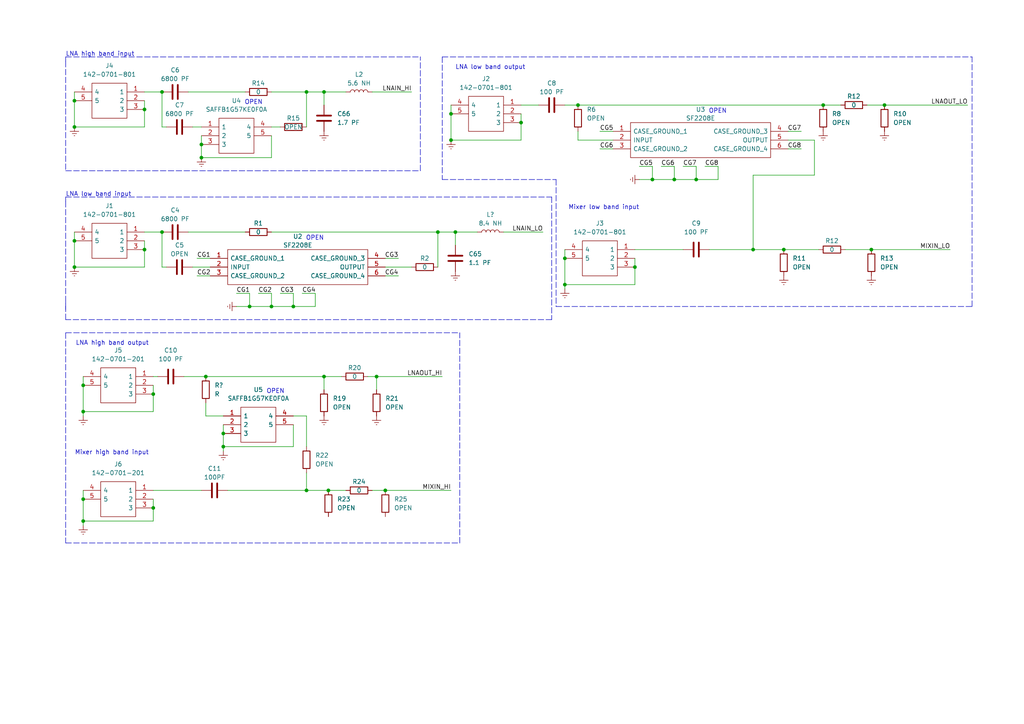
<source format=kicad_sch>
(kicad_sch (version 20211123) (generator eeschema)

  (uuid 144c36f3-f9a2-4177-aac9-6f7fbfb5f68a)

  (paper "A4")

  (title_block
    (company "Tim McEvoy/Virginia Tech")
  )

  (lib_symbols
    (symbol "142-0701-201:142-0701-201" (pin_names (offset 0.762)) (in_bom yes) (on_board yes)
      (property "Reference" "J" (id 0) (at 16.51 7.62 0)
        (effects (font (size 1.27 1.27)) (justify left))
      )
      (property "Value" "142-0701-201" (id 1) (at 16.51 5.08 0)
        (effects (font (size 1.27 1.27)) (justify left))
      )
      (property "Footprint" "1420701201" (id 2) (at 16.51 2.54 0)
        (effects (font (size 1.27 1.27)) (justify left) hide)
      )
      (property "Datasheet" "https://datasheet.datasheetarchive.com/originals/distributors/Datasheets_SAMA/f0edfbb4fd3b9d8af3607c026aa358ce.pdf" (id 3) (at 16.51 0 0)
        (effects (font (size 1.27 1.27)) (justify left) hide)
      )
      (property "Description" "JOHNSON - CINCH CONNECTIVITY - 142-0701-201 - RF COAXIAL, SMA, STRAIGHT JACK, 50OHM" (id 4) (at 16.51 -2.54 0)
        (effects (font (size 1.27 1.27)) (justify left) hide)
      )
      (property "Height" "9.52" (id 5) (at 16.51 -5.08 0)
        (effects (font (size 1.27 1.27)) (justify left) hide)
      )
      (property "Manufacturer_Name" "Cinch Connectivity Solutions" (id 6) (at 16.51 -7.62 0)
        (effects (font (size 1.27 1.27)) (justify left) hide)
      )
      (property "Manufacturer_Part_Number" "142-0701-201" (id 7) (at 16.51 -10.16 0)
        (effects (font (size 1.27 1.27)) (justify left) hide)
      )
      (property "Mouser Part Number" "530-142-0701-201" (id 8) (at 16.51 -12.7 0)
        (effects (font (size 1.27 1.27)) (justify left) hide)
      )
      (property "Mouser Price/Stock" "https://www.mouser.co.uk/ProductDetail/Johnson-Cinch-Connectivity-Solutions/142-0701-201?qs=sh18mOF39qY1deZe7h2WsQ%3D%3D" (id 9) (at 16.51 -15.24 0)
        (effects (font (size 1.27 1.27)) (justify left) hide)
      )
      (property "Arrow Part Number" "142-0701-201" (id 10) (at 16.51 -17.78 0)
        (effects (font (size 1.27 1.27)) (justify left) hide)
      )
      (property "Arrow Price/Stock" "https://www.arrow.com/en/products/142-0701-201/cinch-connectivity-solutions?region=nac" (id 11) (at 16.51 -20.32 0)
        (effects (font (size 1.27 1.27)) (justify left) hide)
      )
      (property "Mouser Testing Part Number" "" (id 12) (at 16.51 -22.86 0)
        (effects (font (size 1.27 1.27)) (justify left) hide)
      )
      (property "Mouser Testing Price/Stock" "" (id 13) (at 16.51 -25.4 0)
        (effects (font (size 1.27 1.27)) (justify left) hide)
      )
      (property "ki_description" "JOHNSON - CINCH CONNECTIVITY - 142-0701-201 - RF COAXIAL, SMA, STRAIGHT JACK, 50OHM" (id 14) (at 0 0 0)
        (effects (font (size 1.27 1.27)) hide)
      )
      (symbol "142-0701-201_0_0"
        (pin passive line (at 0 0 0) (length 5.08)
          (name "1" (effects (font (size 1.27 1.27))))
          (number "1" (effects (font (size 1.27 1.27))))
        )
        (pin passive line (at 0 -2.54 0) (length 5.08)
          (name "2" (effects (font (size 1.27 1.27))))
          (number "2" (effects (font (size 1.27 1.27))))
        )
        (pin passive line (at 0 -5.08 0) (length 5.08)
          (name "3" (effects (font (size 1.27 1.27))))
          (number "3" (effects (font (size 1.27 1.27))))
        )
        (pin passive line (at 20.32 0 180) (length 5.08)
          (name "4" (effects (font (size 1.27 1.27))))
          (number "4" (effects (font (size 1.27 1.27))))
        )
        (pin passive line (at 20.32 -2.54 180) (length 5.08)
          (name "5" (effects (font (size 1.27 1.27))))
          (number "5" (effects (font (size 1.27 1.27))))
        )
      )
      (symbol "142-0701-201_0_1"
        (polyline
          (pts
            (xy 5.08 2.54)
            (xy 15.24 2.54)
            (xy 15.24 -7.62)
            (xy 5.08 -7.62)
            (xy 5.08 2.54)
          )
          (stroke (width 0.1524) (type default) (color 0 0 0 0))
          (fill (type none))
        )
      )
    )
    (symbol "Device:C" (pin_numbers hide) (pin_names (offset 0.254)) (in_bom yes) (on_board yes)
      (property "Reference" "C" (id 0) (at 0.635 2.54 0)
        (effects (font (size 1.27 1.27)) (justify left))
      )
      (property "Value" "C" (id 1) (at 0.635 -2.54 0)
        (effects (font (size 1.27 1.27)) (justify left))
      )
      (property "Footprint" "" (id 2) (at 0.9652 -3.81 0)
        (effects (font (size 1.27 1.27)) hide)
      )
      (property "Datasheet" "~" (id 3) (at 0 0 0)
        (effects (font (size 1.27 1.27)) hide)
      )
      (property "ki_keywords" "cap capacitor" (id 4) (at 0 0 0)
        (effects (font (size 1.27 1.27)) hide)
      )
      (property "ki_description" "Unpolarized capacitor" (id 5) (at 0 0 0)
        (effects (font (size 1.27 1.27)) hide)
      )
      (property "ki_fp_filters" "C_*" (id 6) (at 0 0 0)
        (effects (font (size 1.27 1.27)) hide)
      )
      (symbol "C_0_1"
        (polyline
          (pts
            (xy -2.032 -0.762)
            (xy 2.032 -0.762)
          )
          (stroke (width 0.508) (type default) (color 0 0 0 0))
          (fill (type none))
        )
        (polyline
          (pts
            (xy -2.032 0.762)
            (xy 2.032 0.762)
          )
          (stroke (width 0.508) (type default) (color 0 0 0 0))
          (fill (type none))
        )
      )
      (symbol "C_1_1"
        (pin passive line (at 0 3.81 270) (length 2.794)
          (name "~" (effects (font (size 1.27 1.27))))
          (number "1" (effects (font (size 1.27 1.27))))
        )
        (pin passive line (at 0 -3.81 90) (length 2.794)
          (name "~" (effects (font (size 1.27 1.27))))
          (number "2" (effects (font (size 1.27 1.27))))
        )
      )
    )
    (symbol "Device:L" (pin_numbers hide) (pin_names (offset 1.016) hide) (in_bom yes) (on_board yes)
      (property "Reference" "L" (id 0) (at -1.27 0 90)
        (effects (font (size 1.27 1.27)))
      )
      (property "Value" "L" (id 1) (at 1.905 0 90)
        (effects (font (size 1.27 1.27)))
      )
      (property "Footprint" "" (id 2) (at 0 0 0)
        (effects (font (size 1.27 1.27)) hide)
      )
      (property "Datasheet" "~" (id 3) (at 0 0 0)
        (effects (font (size 1.27 1.27)) hide)
      )
      (property "ki_keywords" "inductor choke coil reactor magnetic" (id 4) (at 0 0 0)
        (effects (font (size 1.27 1.27)) hide)
      )
      (property "ki_description" "Inductor" (id 5) (at 0 0 0)
        (effects (font (size 1.27 1.27)) hide)
      )
      (property "ki_fp_filters" "Choke_* *Coil* Inductor_* L_*" (id 6) (at 0 0 0)
        (effects (font (size 1.27 1.27)) hide)
      )
      (symbol "L_0_1"
        (arc (start 0 -2.54) (mid 0.635 -1.905) (end 0 -1.27)
          (stroke (width 0) (type default) (color 0 0 0 0))
          (fill (type none))
        )
        (arc (start 0 -1.27) (mid 0.635 -0.635) (end 0 0)
          (stroke (width 0) (type default) (color 0 0 0 0))
          (fill (type none))
        )
        (arc (start 0 0) (mid 0.635 0.635) (end 0 1.27)
          (stroke (width 0) (type default) (color 0 0 0 0))
          (fill (type none))
        )
        (arc (start 0 1.27) (mid 0.635 1.905) (end 0 2.54)
          (stroke (width 0) (type default) (color 0 0 0 0))
          (fill (type none))
        )
      )
      (symbol "L_1_1"
        (pin passive line (at 0 3.81 270) (length 1.27)
          (name "1" (effects (font (size 1.27 1.27))))
          (number "1" (effects (font (size 1.27 1.27))))
        )
        (pin passive line (at 0 -3.81 90) (length 1.27)
          (name "2" (effects (font (size 1.27 1.27))))
          (number "2" (effects (font (size 1.27 1.27))))
        )
      )
    )
    (symbol "Device:R" (pin_numbers hide) (pin_names (offset 0)) (in_bom yes) (on_board yes)
      (property "Reference" "R" (id 0) (at 2.032 0 90)
        (effects (font (size 1.27 1.27)))
      )
      (property "Value" "R" (id 1) (at 0 0 90)
        (effects (font (size 1.27 1.27)))
      )
      (property "Footprint" "" (id 2) (at -1.778 0 90)
        (effects (font (size 1.27 1.27)) hide)
      )
      (property "Datasheet" "~" (id 3) (at 0 0 0)
        (effects (font (size 1.27 1.27)) hide)
      )
      (property "ki_keywords" "R res resistor" (id 4) (at 0 0 0)
        (effects (font (size 1.27 1.27)) hide)
      )
      (property "ki_description" "Resistor" (id 5) (at 0 0 0)
        (effects (font (size 1.27 1.27)) hide)
      )
      (property "ki_fp_filters" "R_*" (id 6) (at 0 0 0)
        (effects (font (size 1.27 1.27)) hide)
      )
      (symbol "R_0_1"
        (rectangle (start -1.016 -2.54) (end 1.016 2.54)
          (stroke (width 0.254) (type default) (color 0 0 0 0))
          (fill (type none))
        )
      )
      (symbol "R_1_1"
        (pin passive line (at 0 3.81 270) (length 1.27)
          (name "~" (effects (font (size 1.27 1.27))))
          (number "1" (effects (font (size 1.27 1.27))))
        )
        (pin passive line (at 0 -3.81 90) (length 1.27)
          (name "~" (effects (font (size 1.27 1.27))))
          (number "2" (effects (font (size 1.27 1.27))))
        )
      )
    )
    (symbol "SAFFB1G57KE0F0A:SAFFB1G57KE0F0A" (pin_names (offset 0.762)) (in_bom yes) (on_board yes)
      (property "Reference" "FL" (id 0) (at 16.51 7.62 0)
        (effects (font (size 1.27 1.27)) (justify left))
      )
      (property "Value" "SAFFB1G57KE0F0A" (id 1) (at 16.51 5.08 0)
        (effects (font (size 1.27 1.27)) (justify left))
      )
      (property "Footprint" "SAFFB1G57KE0F0A" (id 2) (at 16.51 2.54 0)
        (effects (font (size 1.27 1.27)) (justify left) hide)
      )
      (property "Datasheet" "https://www.murata.com/products/productdata/8797690691614/DS-SAFFB1G57KE0F0A.pdf?1503459018000" (id 3) (at 16.51 0 0)
        (effects (font (size 1.27 1.27)) (justify left) hide)
      )
      (property "Description" "SAFFB1G57KE0F0A" (id 4) (at 16.51 -2.54 0)
        (effects (font (size 1.27 1.27)) (justify left) hide)
      )
      (property "Height" "0.5" (id 5) (at 16.51 -5.08 0)
        (effects (font (size 1.27 1.27)) (justify left) hide)
      )
      (property "Manufacturer_Name" "Murata Electronics" (id 6) (at 16.51 -7.62 0)
        (effects (font (size 1.27 1.27)) (justify left) hide)
      )
      (property "Manufacturer_Part_Number" "SAFFB1G57KE0F0A" (id 7) (at 16.51 -10.16 0)
        (effects (font (size 1.27 1.27)) (justify left) hide)
      )
      (property "Mouser Part Number" "" (id 8) (at 16.51 -12.7 0)
        (effects (font (size 1.27 1.27)) (justify left) hide)
      )
      (property "Mouser Price/Stock" "" (id 9) (at 16.51 -15.24 0)
        (effects (font (size 1.27 1.27)) (justify left) hide)
      )
      (property "Arrow Part Number" "" (id 10) (at 16.51 -17.78 0)
        (effects (font (size 1.27 1.27)) (justify left) hide)
      )
      (property "Arrow Price/Stock" "" (id 11) (at 16.51 -20.32 0)
        (effects (font (size 1.27 1.27)) (justify left) hide)
      )
      (property "Mouser Testing Part Number" "" (id 12) (at 16.51 -22.86 0)
        (effects (font (size 1.27 1.27)) (justify left) hide)
      )
      (property "Mouser Testing Price/Stock" "" (id 13) (at 16.51 -25.4 0)
        (effects (font (size 1.27 1.27)) (justify left) hide)
      )
      (property "ki_description" "SAFFB1G57KE0F0A" (id 14) (at 0 0 0)
        (effects (font (size 1.27 1.27)) hide)
      )
      (symbol "SAFFB1G57KE0F0A_0_0"
        (pin passive line (at 0 0 0) (length 5.08)
          (name "1" (effects (font (size 1.27 1.27))))
          (number "1" (effects (font (size 1.27 1.27))))
        )
        (pin passive line (at 0 -2.54 0) (length 5.08)
          (name "2" (effects (font (size 1.27 1.27))))
          (number "2" (effects (font (size 1.27 1.27))))
        )
        (pin passive line (at 0 -5.08 0) (length 5.08)
          (name "3" (effects (font (size 1.27 1.27))))
          (number "3" (effects (font (size 1.27 1.27))))
        )
        (pin passive line (at 20.32 0 180) (length 5.08)
          (name "4" (effects (font (size 1.27 1.27))))
          (number "4" (effects (font (size 1.27 1.27))))
        )
        (pin passive line (at 20.32 -2.54 180) (length 5.08)
          (name "5" (effects (font (size 1.27 1.27))))
          (number "5" (effects (font (size 1.27 1.27))))
        )
      )
      (symbol "SAFFB1G57KE0F0A_0_1"
        (polyline
          (pts
            (xy 5.08 2.54)
            (xy 15.24 2.54)
            (xy 15.24 -7.62)
            (xy 5.08 -7.62)
            (xy 5.08 2.54)
          )
          (stroke (width 0.1524) (type default) (color 0 0 0 0))
          (fill (type none))
        )
      )
    )
    (symbol "SF2208E:SF2208E" (pin_names (offset 0.762)) (in_bom yes) (on_board yes)
      (property "Reference" "FL" (id 0) (at 46.99 7.62 0)
        (effects (font (size 1.27 1.27)) (justify left))
      )
      (property "Value" "SF2208E" (id 1) (at 46.99 5.08 0)
        (effects (font (size 1.27 1.27)) (justify left))
      )
      (property "Footprint" "SF2208E" (id 2) (at 46.99 2.54 0)
        (effects (font (size 1.27 1.27)) (justify left) hide)
      )
      (property "Datasheet" "https://www.murata.com/en-us/search/site/searchresult?intcid5=com_xxx_xxx_cmn_hd_xxx&mss_query=SF2208E" (id 3) (at 46.99 0 0)
        (effects (font (size 1.27 1.27)) (justify left) hide)
      )
      (property "Description" "Signal Conditioning" (id 4) (at 46.99 -2.54 0)
        (effects (font (size 1.27 1.27)) (justify left) hide)
      )
      (property "Height" "1.38" (id 5) (at 46.99 -5.08 0)
        (effects (font (size 1.27 1.27)) (justify left) hide)
      )
      (property "Manufacturer_Name" "Murata Electronics" (id 6) (at 46.99 -7.62 0)
        (effects (font (size 1.27 1.27)) (justify left) hide)
      )
      (property "Manufacturer_Part_Number" "SF2208E" (id 7) (at 46.99 -10.16 0)
        (effects (font (size 1.27 1.27)) (justify left) hide)
      )
      (property "Mouser Part Number" "81-SF2208E" (id 8) (at 46.99 -12.7 0)
        (effects (font (size 1.27 1.27)) (justify left) hide)
      )
      (property "Mouser Price/Stock" "https://www.mouser.co.uk/ProductDetail/Murata-Electronics/SF2208E?qs=qSfuJ%252Bfl%2Fd5ULbOrlSad1g%3D%3D" (id 9) (at 46.99 -15.24 0)
        (effects (font (size 1.27 1.27)) (justify left) hide)
      )
      (property "Arrow Part Number" "" (id 10) (at 46.99 -17.78 0)
        (effects (font (size 1.27 1.27)) (justify left) hide)
      )
      (property "Arrow Price/Stock" "" (id 11) (at 46.99 -20.32 0)
        (effects (font (size 1.27 1.27)) (justify left) hide)
      )
      (property "Mouser Testing Part Number" "" (id 12) (at 46.99 -22.86 0)
        (effects (font (size 1.27 1.27)) (justify left) hide)
      )
      (property "Mouser Testing Price/Stock" "" (id 13) (at 46.99 -25.4 0)
        (effects (font (size 1.27 1.27)) (justify left) hide)
      )
      (property "ki_description" "Signal Conditioning" (id 14) (at 0 0 0)
        (effects (font (size 1.27 1.27)) hide)
      )
      (symbol "SF2208E_0_0"
        (pin passive line (at 0 0 0) (length 5.08)
          (name "CASE_GROUND_1" (effects (font (size 1.27 1.27))))
          (number "1" (effects (font (size 1.27 1.27))))
        )
        (pin passive line (at 0 -2.54 0) (length 5.08)
          (name "INPUT" (effects (font (size 1.27 1.27))))
          (number "2" (effects (font (size 1.27 1.27))))
        )
        (pin passive line (at 0 -5.08 0) (length 5.08)
          (name "CASE_GROUND_2" (effects (font (size 1.27 1.27))))
          (number "3" (effects (font (size 1.27 1.27))))
        )
        (pin passive line (at 50.8 0 180) (length 5.08)
          (name "CASE_GROUND_3" (effects (font (size 1.27 1.27))))
          (number "4" (effects (font (size 1.27 1.27))))
        )
        (pin passive line (at 50.8 -2.54 180) (length 5.08)
          (name "OUTPUT" (effects (font (size 1.27 1.27))))
          (number "5" (effects (font (size 1.27 1.27))))
        )
        (pin passive line (at 50.8 -5.08 180) (length 5.08)
          (name "CASE_GROUND_4" (effects (font (size 1.27 1.27))))
          (number "6" (effects (font (size 1.27 1.27))))
        )
      )
      (symbol "SF2208E_0_1"
        (polyline
          (pts
            (xy 5.08 2.54)
            (xy 45.72 2.54)
            (xy 45.72 -7.62)
            (xy 5.08 -7.62)
            (xy 5.08 2.54)
          )
          (stroke (width 0.1524) (type default) (color 0 0 0 0))
          (fill (type none))
        )
      )
    )
    (symbol "power:Earth" (power) (pin_names (offset 0)) (in_bom yes) (on_board yes)
      (property "Reference" "#PWR" (id 0) (at 0 -6.35 0)
        (effects (font (size 1.27 1.27)) hide)
      )
      (property "Value" "Earth" (id 1) (at 0 -3.81 0)
        (effects (font (size 1.27 1.27)) hide)
      )
      (property "Footprint" "" (id 2) (at 0 0 0)
        (effects (font (size 1.27 1.27)) hide)
      )
      (property "Datasheet" "~" (id 3) (at 0 0 0)
        (effects (font (size 1.27 1.27)) hide)
      )
      (property "ki_keywords" "power-flag ground gnd" (id 4) (at 0 0 0)
        (effects (font (size 1.27 1.27)) hide)
      )
      (property "ki_description" "Power symbol creates a global label with name \"Earth\"" (id 5) (at 0 0 0)
        (effects (font (size 1.27 1.27)) hide)
      )
      (symbol "Earth_0_1"
        (polyline
          (pts
            (xy -0.635 -1.905)
            (xy 0.635 -1.905)
          )
          (stroke (width 0) (type default) (color 0 0 0 0))
          (fill (type none))
        )
        (polyline
          (pts
            (xy -0.127 -2.54)
            (xy 0.127 -2.54)
          )
          (stroke (width 0) (type default) (color 0 0 0 0))
          (fill (type none))
        )
        (polyline
          (pts
            (xy 0 -1.27)
            (xy 0 0)
          )
          (stroke (width 0) (type default) (color 0 0 0 0))
          (fill (type none))
        )
        (polyline
          (pts
            (xy 1.27 -1.27)
            (xy -1.27 -1.27)
          )
          (stroke (width 0) (type default) (color 0 0 0 0))
          (fill (type none))
        )
      )
      (symbol "Earth_1_1"
        (pin power_in line (at 0 0 270) (length 0) hide
          (name "Earth" (effects (font (size 1.27 1.27))))
          (number "1" (effects (font (size 1.27 1.27))))
        )
      )
    )
  )

  (junction (at 195.58 52.07) (diameter 0) (color 0 0 0 0)
    (uuid 037d8440-c551-4c7c-a862-232080f339ce)
  )
  (junction (at 256.54 30.48) (diameter 0) (color 0 0 0 0)
    (uuid 058227a2-e939-44c6-ac07-9ba5ed41471c)
  )
  (junction (at 95.25 142.24) (diameter 0) (color 0 0 0 0)
    (uuid 09f9387e-0240-450d-850c-892130303eff)
  )
  (junction (at 127 67.31) (diameter 0) (color 0 0 0 0)
    (uuid 121a0e6b-6737-476f-b245-6a55bb1b2090)
  )
  (junction (at 132.08 67.31) (diameter 0) (color 0 0 0 0)
    (uuid 13c90800-ab0b-41ff-b03f-78cb55b6b783)
  )
  (junction (at 24.13 144.78) (diameter 0) (color 0 0 0 0)
    (uuid 1cb82ed4-5b9f-44ed-b72b-17394f55345c)
  )
  (junction (at 64.77 129.54) (diameter 0) (color 0 0 0 0)
    (uuid 1dddf6b2-d516-47d1-af5c-972c792ec534)
  )
  (junction (at 41.91 72.39) (diameter 0) (color 0 0 0 0)
    (uuid 325de866-9266-447d-8561-190feddc82e2)
  )
  (junction (at 238.76 30.48) (diameter 0) (color 0 0 0 0)
    (uuid 37853c7f-cf23-438e-b9bd-8957beb962b7)
  )
  (junction (at 163.83 74.93) (diameter 0) (color 0 0 0 0)
    (uuid 41cea334-c405-46b1-b1e6-733a7c97bc7e)
  )
  (junction (at 163.83 82.55) (diameter 0) (color 0 0 0 0)
    (uuid 47720d04-ec43-4500-be0f-92fd4dab094d)
  )
  (junction (at 184.15 77.47) (diameter 0) (color 0 0 0 0)
    (uuid 495d4459-6c9d-45fe-8252-e38109eb2002)
  )
  (junction (at 46.99 67.31) (diameter 0) (color 0 0 0 0)
    (uuid 4980f7b1-60ff-409c-97b8-8dfa149e85a9)
  )
  (junction (at 85.09 88.9) (diameter 0) (color 0 0 0 0)
    (uuid 4bc6e800-d2c6-4f07-959a-18e4fea8f1bd)
  )
  (junction (at 21.59 29.21) (diameter 0) (color 0 0 0 0)
    (uuid 4d06787e-57c7-45c9-b3b8-76a42245373b)
  )
  (junction (at 21.59 77.47) (diameter 0) (color 0 0 0 0)
    (uuid 54b2364b-0b76-4870-8ef4-89511acd65c9)
  )
  (junction (at 167.64 30.48) (diameter 0) (color 0 0 0 0)
    (uuid 5bc3cb3c-e929-4b83-8a11-e6124dadef3b)
  )
  (junction (at 24.13 151.13) (diameter 0) (color 0 0 0 0)
    (uuid 6598bd2c-f199-438f-b18a-91f61a036784)
  )
  (junction (at 252.73 72.39) (diameter 0) (color 0 0 0 0)
    (uuid 70192afa-9d85-4ae0-a08d-3ad1a5d0aec6)
  )
  (junction (at 189.23 52.07) (diameter 0) (color 0 0 0 0)
    (uuid 72376026-8532-409d-87df-7b4523d3bd85)
  )
  (junction (at 72.39 88.9) (diameter 0) (color 0 0 0 0)
    (uuid 7c5e7249-4240-40d4-a558-2b62471d4bef)
  )
  (junction (at 21.59 69.85) (diameter 0) (color 0 0 0 0)
    (uuid 7ff3db7e-ab35-4444-a3c5-8493e75558d0)
  )
  (junction (at 88.9 26.67) (diameter 0) (color 0 0 0 0)
    (uuid 826f9ae9-6051-4592-b85a-6f8bf05ce20f)
  )
  (junction (at 24.13 111.76) (diameter 0) (color 0 0 0 0)
    (uuid 84a28181-a7d8-45d4-b1cd-cc643296c67b)
  )
  (junction (at 151.13 35.56) (diameter 0) (color 0 0 0 0)
    (uuid 8725e499-c93a-4971-a2d1-a0cd8a22a2f8)
  )
  (junction (at 109.22 109.22) (diameter 0) (color 0 0 0 0)
    (uuid 8bad42b5-13f6-4c0e-b82e-175515ee9829)
  )
  (junction (at 21.59 36.83) (diameter 0) (color 0 0 0 0)
    (uuid 8d41eb73-3df6-4854-a3d8-b0267742c7dd)
  )
  (junction (at 218.44 72.39) (diameter 0) (color 0 0 0 0)
    (uuid 91d079d6-d506-4d35-8a23-d55501593508)
  )
  (junction (at 24.13 119.38) (diameter 0) (color 0 0 0 0)
    (uuid 9e197742-80a9-45cc-8743-7910fb3291c5)
  )
  (junction (at 78.74 88.9) (diameter 0) (color 0 0 0 0)
    (uuid a2fd3772-bf24-4e0c-b9d0-f50ae889bb2b)
  )
  (junction (at 201.93 52.07) (diameter 0) (color 0 0 0 0)
    (uuid ab8aeb17-39bd-4c88-84c9-0210b7b8b9db)
  )
  (junction (at 111.76 142.24) (diameter 0) (color 0 0 0 0)
    (uuid b3b26967-1d75-49c7-ad0c-f3b1a7a27b36)
  )
  (junction (at 130.81 33.02) (diameter 0) (color 0 0 0 0)
    (uuid b7ae4ddc-db69-4bb9-bfa1-9b820f86a0b6)
  )
  (junction (at 130.81 40.64) (diameter 0) (color 0 0 0 0)
    (uuid b8cc3cc3-febf-4978-a999-9da30ff249f5)
  )
  (junction (at 44.45 147.32) (diameter 0) (color 0 0 0 0)
    (uuid b9d9819d-3bc6-4c23-8dc9-d1c9da53518a)
  )
  (junction (at 46.99 26.67) (diameter 0) (color 0 0 0 0)
    (uuid ba566f8f-5337-41fc-b59a-3b063f889c2a)
  )
  (junction (at 93.98 26.67) (diameter 0) (color 0 0 0 0)
    (uuid bc272672-5c26-4e81-8541-7ab09fd45182)
  )
  (junction (at 93.98 109.22) (diameter 0) (color 0 0 0 0)
    (uuid d402b0ff-3b6b-4d07-8341-3462bc38e89b)
  )
  (junction (at 64.77 125.73) (diameter 0) (color 0 0 0 0)
    (uuid d96b1e24-d6c8-49c8-b1b1-81fd6a3d8bf9)
  )
  (junction (at 44.45 114.3) (diameter 0) (color 0 0 0 0)
    (uuid e0f0622d-f65f-447b-a411-2493d2843925)
  )
  (junction (at 41.91 31.75) (diameter 0) (color 0 0 0 0)
    (uuid e67d825f-1d51-4dc1-a30a-ee48ee29a3b3)
  )
  (junction (at 88.9 142.24) (diameter 0) (color 0 0 0 0)
    (uuid ed0546dd-1292-409d-8c02-b2dcf955c20b)
  )
  (junction (at 227.33 72.39) (diameter 0) (color 0 0 0 0)
    (uuid f1fd80fc-8a88-4a91-a540-24bdd56b26a2)
  )
  (junction (at 58.42 41.91) (diameter 0) (color 0 0 0 0)
    (uuid f434767a-3ee6-41a3-a950-6f447ae3e44e)
  )
  (junction (at 58.42 45.72) (diameter 0) (color 0 0 0 0)
    (uuid f72568f8-0cce-4fa3-80d8-3b2054ef071d)
  )
  (junction (at 59.69 109.22) (diameter 0) (color 0 0 0 0)
    (uuid fd53b665-ae10-445f-a7eb-10a6ae9696df)
  )

  (wire (pts (xy 24.13 151.13) (xy 24.13 152.4))
    (stroke (width 0) (type default) (color 0 0 0 0))
    (uuid 0096582f-4b71-49c6-bf8b-e383c04103bf)
  )
  (wire (pts (xy 236.22 40.64) (xy 236.22 50.8))
    (stroke (width 0) (type default) (color 0 0 0 0))
    (uuid 0154eea8-325c-4f1b-a17d-dea5aabb0b34)
  )
  (wire (pts (xy 41.91 36.83) (xy 21.59 36.83))
    (stroke (width 0) (type default) (color 0 0 0 0))
    (uuid 020f061a-e30a-4267-a20b-a40a56cda12e)
  )
  (wire (pts (xy 88.9 36.83) (xy 88.9 26.67))
    (stroke (width 0) (type default) (color 0 0 0 0))
    (uuid 02eee2fa-8671-44db-abfe-c5e8438da531)
  )
  (wire (pts (xy 227.33 72.39) (xy 237.49 72.39))
    (stroke (width 0) (type default) (color 0 0 0 0))
    (uuid 043c3ac2-a5b5-49e2-b81e-d27c52b4f4f0)
  )
  (wire (pts (xy 21.59 67.31) (xy 21.59 69.85))
    (stroke (width 0) (type default) (color 0 0 0 0))
    (uuid 0557ed91-0486-4108-a2f4-cd9701315e04)
  )
  (wire (pts (xy 151.13 35.56) (xy 151.13 40.64))
    (stroke (width 0) (type default) (color 0 0 0 0))
    (uuid 05b143be-df6a-48ae-b379-fc04b04b3c14)
  )
  (polyline (pts (xy 19.05 17.78) (xy 19.05 49.53))
    (stroke (width 0) (type default) (color 0 0 0 0))
    (uuid 09187006-c788-4395-9814-aed25f0c3fa1)
  )

  (wire (pts (xy 93.98 109.22) (xy 93.98 113.03))
    (stroke (width 0) (type default) (color 0 0 0 0))
    (uuid 09436990-302e-44b4-8272-43f0cfa73f3d)
  )
  (wire (pts (xy 44.45 109.22) (xy 45.72 109.22))
    (stroke (width 0) (type default) (color 0 0 0 0))
    (uuid 095665a8-dda6-4497-9950-419fa0bd206f)
  )
  (wire (pts (xy 21.59 36.83) (xy 21.59 29.21))
    (stroke (width 0) (type default) (color 0 0 0 0))
    (uuid 0cc8c4f2-47ef-4f9d-9af4-0170b8d8abfc)
  )
  (wire (pts (xy 163.83 72.39) (xy 163.83 74.93))
    (stroke (width 0) (type default) (color 0 0 0 0))
    (uuid 0d693eae-2d9b-47cb-8552-d0b68eed4f1c)
  )
  (wire (pts (xy 78.74 45.72) (xy 58.42 45.72))
    (stroke (width 0) (type default) (color 0 0 0 0))
    (uuid 0e048d8c-6db5-4797-b115-906814da0a68)
  )
  (wire (pts (xy 111.76 142.24) (xy 130.81 142.24))
    (stroke (width 0) (type default) (color 0 0 0 0))
    (uuid 0ef558a3-4929-45ec-94f8-3d053ea56596)
  )
  (wire (pts (xy 106.68 109.22) (xy 109.22 109.22))
    (stroke (width 0) (type default) (color 0 0 0 0))
    (uuid 135c32e4-daf0-46ed-96af-86dfb653702d)
  )
  (wire (pts (xy 46.99 77.47) (xy 48.26 77.47))
    (stroke (width 0) (type default) (color 0 0 0 0))
    (uuid 154f8044-2432-4c89-8ef8-88677e2b9ee5)
  )
  (wire (pts (xy 88.9 120.65) (xy 88.9 129.54))
    (stroke (width 0) (type default) (color 0 0 0 0))
    (uuid 16b12ea7-aa87-4a39-b05d-ee09336104a9)
  )
  (wire (pts (xy 185.42 48.26) (xy 189.23 48.26))
    (stroke (width 0) (type default) (color 0 0 0 0))
    (uuid 17c178fc-31c3-4209-9915-ebe5efa32426)
  )
  (wire (pts (xy 236.22 50.8) (xy 218.44 50.8))
    (stroke (width 0) (type default) (color 0 0 0 0))
    (uuid 191869cd-3a85-47f1-90b3-cfd672a809e9)
  )
  (wire (pts (xy 184.15 74.93) (xy 184.15 77.47))
    (stroke (width 0) (type default) (color 0 0 0 0))
    (uuid 21fcc72b-0211-4a9c-a7f4-51e2fe8b09ef)
  )
  (wire (pts (xy 91.44 85.09) (xy 91.44 88.9))
    (stroke (width 0) (type default) (color 0 0 0 0))
    (uuid 24f527b4-6112-456a-ae51-08c1c60d18f1)
  )
  (polyline (pts (xy 19.05 58.42) (xy 19.05 90.17))
    (stroke (width 0) (type default) (color 0 0 0 0))
    (uuid 25932271-53ce-429f-9b51-514cf8e09570)
  )

  (wire (pts (xy 74.93 85.09) (xy 78.74 85.09))
    (stroke (width 0) (type default) (color 0 0 0 0))
    (uuid 274665e2-83a3-4e96-9b06-5bcf8f62cfaf)
  )
  (wire (pts (xy 55.88 77.47) (xy 60.96 77.47))
    (stroke (width 0) (type default) (color 0 0 0 0))
    (uuid 279b59b4-ed6a-4c28-9954-790439ad00f0)
  )
  (wire (pts (xy 64.77 129.54) (xy 64.77 130.81))
    (stroke (width 0) (type default) (color 0 0 0 0))
    (uuid 32dc0ba6-a0b0-4fe9-839f-390b79c4f73e)
  )
  (wire (pts (xy 72.39 85.09) (xy 72.39 88.9))
    (stroke (width 0) (type default) (color 0 0 0 0))
    (uuid 3331856d-0b12-41d0-a5f4-ccd306544d8f)
  )
  (wire (pts (xy 88.9 26.67) (xy 78.74 26.67))
    (stroke (width 0) (type default) (color 0 0 0 0))
    (uuid 34a966e7-d104-4e09-8c40-3231356dd9a0)
  )
  (wire (pts (xy 54.61 67.31) (xy 71.12 67.31))
    (stroke (width 0) (type default) (color 0 0 0 0))
    (uuid 35b59d26-5481-4b97-831d-a36b04f0e3d7)
  )
  (wire (pts (xy 208.28 48.26) (xy 208.28 52.07))
    (stroke (width 0) (type default) (color 0 0 0 0))
    (uuid 36343b23-6577-4cc3-95c2-a2a14c4b4278)
  )
  (wire (pts (xy 46.99 67.31) (xy 46.99 77.47))
    (stroke (width 0) (type default) (color 0 0 0 0))
    (uuid 36ace7bf-fe58-4408-94c0-b99742844941)
  )
  (wire (pts (xy 130.81 30.48) (xy 130.81 33.02))
    (stroke (width 0) (type default) (color 0 0 0 0))
    (uuid 36da809c-5f2d-4188-aba7-deb03e724bf8)
  )
  (wire (pts (xy 91.44 88.9) (xy 85.09 88.9))
    (stroke (width 0) (type default) (color 0 0 0 0))
    (uuid 3716553c-6730-44f2-addc-7f95320fb14c)
  )
  (polyline (pts (xy 281.94 88.9) (xy 281.94 16.51))
    (stroke (width 0) (type default) (color 0 0 0 0))
    (uuid 3771502c-c05a-452f-ae29-f9f9830801a1)
  )

  (wire (pts (xy 59.69 120.65) (xy 59.69 116.84))
    (stroke (width 0) (type default) (color 0 0 0 0))
    (uuid 37b7fa94-a38b-4b28-9ba8-1b693e4b9f34)
  )
  (wire (pts (xy 85.09 85.09) (xy 85.09 88.9))
    (stroke (width 0) (type default) (color 0 0 0 0))
    (uuid 38da8e68-3517-4d17-a7fb-e921bda53175)
  )
  (wire (pts (xy 95.25 142.24) (xy 100.33 142.24))
    (stroke (width 0) (type default) (color 0 0 0 0))
    (uuid 39cfc472-b050-4ba5-96b9-ba64622b0e59)
  )
  (wire (pts (xy 41.91 29.21) (xy 41.91 31.75))
    (stroke (width 0) (type default) (color 0 0 0 0))
    (uuid 3b2d4dfa-0228-4328-99d6-3ecf2bc83379)
  )
  (wire (pts (xy 85.09 123.19) (xy 85.09 129.54))
    (stroke (width 0) (type default) (color 0 0 0 0))
    (uuid 3bcf5dd8-68f8-4588-9c99-11171d6950b4)
  )
  (wire (pts (xy 81.28 85.09) (xy 85.09 85.09))
    (stroke (width 0) (type default) (color 0 0 0 0))
    (uuid 406a2a9f-65be-4b22-a904-6861fbc3d97e)
  )
  (wire (pts (xy 167.64 30.48) (xy 238.76 30.48))
    (stroke (width 0) (type default) (color 0 0 0 0))
    (uuid 406d7b60-f9a8-4eb5-88b6-b1971bbccc3d)
  )
  (wire (pts (xy 24.13 119.38) (xy 24.13 111.76))
    (stroke (width 0) (type default) (color 0 0 0 0))
    (uuid 40a84ef3-815b-480c-815e-a4d4f2279afc)
  )
  (wire (pts (xy 151.13 33.02) (xy 151.13 35.56))
    (stroke (width 0) (type default) (color 0 0 0 0))
    (uuid 4e05d072-b0e0-4411-a196-41adc615a933)
  )
  (wire (pts (xy 24.13 151.13) (xy 24.13 144.78))
    (stroke (width 0) (type default) (color 0 0 0 0))
    (uuid 4fcf1159-d7c6-47a5-bb07-86eba3349f11)
  )
  (wire (pts (xy 218.44 50.8) (xy 218.44 72.39))
    (stroke (width 0) (type default) (color 0 0 0 0))
    (uuid 4fd5c61a-dd36-4b53-a6fe-4d4b80e63e84)
  )
  (wire (pts (xy 58.42 45.72) (xy 58.42 41.91))
    (stroke (width 0) (type default) (color 0 0 0 0))
    (uuid 515295e3-90f5-4469-acd2-179fca2ec412)
  )
  (wire (pts (xy 53.34 109.22) (xy 59.69 109.22))
    (stroke (width 0) (type default) (color 0 0 0 0))
    (uuid 5221da28-39d5-4336-8272-ac2f4f72d569)
  )
  (wire (pts (xy 78.74 85.09) (xy 78.74 88.9))
    (stroke (width 0) (type default) (color 0 0 0 0))
    (uuid 5234e982-00a4-4e6f-af86-2f2bd8b31b31)
  )
  (wire (pts (xy 44.45 144.78) (xy 44.45 147.32))
    (stroke (width 0) (type default) (color 0 0 0 0))
    (uuid 5525016a-c305-491e-b85f-0d70d620d6c0)
  )
  (wire (pts (xy 44.45 119.38) (xy 24.13 119.38))
    (stroke (width 0) (type default) (color 0 0 0 0))
    (uuid 5596acf3-217f-45e4-aa76-c9e4adeb59cc)
  )
  (polyline (pts (xy 19.05 57.15) (xy 121.92 57.15))
    (stroke (width 0) (type default) (color 0 0 0 0))
    (uuid 55e28723-5d42-4543-a577-420d70296cb9)
  )

  (wire (pts (xy 163.83 74.93) (xy 163.83 82.55))
    (stroke (width 0) (type default) (color 0 0 0 0))
    (uuid 55f1a34c-f176-4cee-8082-fe0fa60799fe)
  )
  (wire (pts (xy 88.9 142.24) (xy 95.25 142.24))
    (stroke (width 0) (type default) (color 0 0 0 0))
    (uuid 56aacb42-dd4f-4d24-a5ab-6b234d9c1dc6)
  )
  (wire (pts (xy 184.15 72.39) (xy 198.12 72.39))
    (stroke (width 0) (type default) (color 0 0 0 0))
    (uuid 584e15c4-b1c9-429d-aad7-1454427c8880)
  )
  (wire (pts (xy 167.64 40.64) (xy 177.8 40.64))
    (stroke (width 0) (type default) (color 0 0 0 0))
    (uuid 5a38bedc-c6f8-4c71-b7e6-cc3e30039647)
  )
  (wire (pts (xy 208.28 52.07) (xy 201.93 52.07))
    (stroke (width 0) (type default) (color 0 0 0 0))
    (uuid 5b797092-8e95-4d48-b942-b291e9d17ee8)
  )
  (wire (pts (xy 252.73 72.39) (xy 275.59 72.39))
    (stroke (width 0) (type default) (color 0 0 0 0))
    (uuid 5c629ff7-a9fc-481b-a1ad-445aef64e569)
  )
  (polyline (pts (xy 133.35 157.48) (xy 133.35 96.52))
    (stroke (width 0) (type default) (color 0 0 0 0))
    (uuid 5ce9ba3a-f4fb-4b9a-b7af-cbfad82946a0)
  )

  (wire (pts (xy 201.93 48.26) (xy 201.93 52.07))
    (stroke (width 0) (type default) (color 0 0 0 0))
    (uuid 5e9709f3-45ea-42ef-8674-bcd3bacd9eab)
  )
  (wire (pts (xy 57.15 80.01) (xy 60.96 80.01))
    (stroke (width 0) (type default) (color 0 0 0 0))
    (uuid 5edfa50e-ecc2-4510-b07e-59ce2a2daf28)
  )
  (wire (pts (xy 198.12 48.26) (xy 201.93 48.26))
    (stroke (width 0) (type default) (color 0 0 0 0))
    (uuid 5ef571ec-0212-461b-9fea-d84c0964bf41)
  )
  (polyline (pts (xy 19.05 96.52) (xy 19.05 157.48))
    (stroke (width 0) (type default) (color 0 0 0 0))
    (uuid 62f07270-0208-46f0-8953-23c94ad16b2d)
  )

  (wire (pts (xy 146.05 67.31) (xy 157.48 67.31))
    (stroke (width 0) (type default) (color 0 0 0 0))
    (uuid 62f94094-a08c-4061-8157-6972849b2c0d)
  )
  (wire (pts (xy 21.59 77.47) (xy 21.59 69.85))
    (stroke (width 0) (type default) (color 0 0 0 0))
    (uuid 66423c5a-57ab-4354-b4b1-664973408bb2)
  )
  (wire (pts (xy 107.95 142.24) (xy 111.76 142.24))
    (stroke (width 0) (type default) (color 0 0 0 0))
    (uuid 6796af4f-b431-4c92-bba0-e46b9480811b)
  )
  (wire (pts (xy 41.91 69.85) (xy 41.91 72.39))
    (stroke (width 0) (type default) (color 0 0 0 0))
    (uuid 6899df13-5728-44c7-88ae-9b3b5b86582b)
  )
  (wire (pts (xy 189.23 48.26) (xy 189.23 52.07))
    (stroke (width 0) (type default) (color 0 0 0 0))
    (uuid 6a5cdb29-2d68-4006-83df-82734b32f81e)
  )
  (wire (pts (xy 68.58 85.09) (xy 72.39 85.09))
    (stroke (width 0) (type default) (color 0 0 0 0))
    (uuid 6a8300d5-cdfc-4514-add4-eae95ccd3320)
  )
  (wire (pts (xy 44.45 142.24) (xy 58.42 142.24))
    (stroke (width 0) (type default) (color 0 0 0 0))
    (uuid 6b6fb79d-d166-489c-a0f3-82496592fb3a)
  )
  (wire (pts (xy 44.45 111.76) (xy 44.45 114.3))
    (stroke (width 0) (type default) (color 0 0 0 0))
    (uuid 6b7052d1-fd51-434a-838c-7ae6bb317334)
  )
  (wire (pts (xy 151.13 40.64) (xy 130.81 40.64))
    (stroke (width 0) (type default) (color 0 0 0 0))
    (uuid 72b7d035-b6d2-477f-bca6-eb366668b1dc)
  )
  (wire (pts (xy 46.99 36.83) (xy 48.26 36.83))
    (stroke (width 0) (type default) (color 0 0 0 0))
    (uuid 73fd46d9-9abb-4f70-acc1-f30ac2d0ba21)
  )
  (wire (pts (xy 54.61 26.67) (xy 71.12 26.67))
    (stroke (width 0) (type default) (color 0 0 0 0))
    (uuid 74778e14-361b-4992-898d-f4e62fb06fb6)
  )
  (polyline (pts (xy 19.05 16.51) (xy 19.05 17.78))
    (stroke (width 0) (type default) (color 0 0 0 0))
    (uuid 74913a81-64f5-436c-8b02-4288f471127f)
  )

  (wire (pts (xy 46.99 26.67) (xy 46.99 36.83))
    (stroke (width 0) (type default) (color 0 0 0 0))
    (uuid 754cecb3-10fe-40bd-9980-46c4e86096c7)
  )
  (wire (pts (xy 245.11 72.39) (xy 252.73 72.39))
    (stroke (width 0) (type default) (color 0 0 0 0))
    (uuid 77754d97-7909-4645-b9a7-183758e7a5ed)
  )
  (wire (pts (xy 201.93 52.07) (xy 195.58 52.07))
    (stroke (width 0) (type default) (color 0 0 0 0))
    (uuid 79999037-715b-4852-afdb-20223767677a)
  )
  (wire (pts (xy 130.81 40.64) (xy 130.81 33.02))
    (stroke (width 0) (type default) (color 0 0 0 0))
    (uuid 79ca6b60-63b9-4be9-9da0-0db7e1585a4c)
  )
  (wire (pts (xy 41.91 31.75) (xy 41.91 36.83))
    (stroke (width 0) (type default) (color 0 0 0 0))
    (uuid 7a5d0858-554b-4c54-9d8b-de428e6a7419)
  )
  (wire (pts (xy 243.84 30.48) (xy 238.76 30.48))
    (stroke (width 0) (type default) (color 0 0 0 0))
    (uuid 7d1a351c-33f9-4c14-bd2f-e37dcd514d83)
  )
  (polyline (pts (xy 19.05 96.52) (xy 133.35 96.52))
    (stroke (width 0) (type default) (color 0 0 0 0))
    (uuid 7df45c80-c402-4011-97a6-18181fe04dbb)
  )

  (wire (pts (xy 109.22 109.22) (xy 109.22 113.03))
    (stroke (width 0) (type default) (color 0 0 0 0))
    (uuid 8284320d-3596-47fd-ba75-dc5373f90dfc)
  )
  (wire (pts (xy 127 77.47) (xy 127 67.31))
    (stroke (width 0) (type default) (color 0 0 0 0))
    (uuid 83fe3599-0aa9-4d41-92d1-ec5b9a15b635)
  )
  (polyline (pts (xy 121.92 49.53) (xy 121.92 16.51))
    (stroke (width 0) (type default) (color 0 0 0 0))
    (uuid 897301fe-edae-4b13-a6e7-25ce6cf92195)
  )
  (polyline (pts (xy 19.05 49.53) (xy 121.92 49.53))
    (stroke (width 0) (type default) (color 0 0 0 0))
    (uuid 8a777029-f47c-40d9-80ab-984ff3ba54d7)
  )

  (wire (pts (xy 85.09 129.54) (xy 64.77 129.54))
    (stroke (width 0) (type default) (color 0 0 0 0))
    (uuid 8d7f8e56-a164-42f0-83d5-24b3d11cd4c9)
  )
  (wire (pts (xy 256.54 30.48) (xy 280.67 30.48))
    (stroke (width 0) (type default) (color 0 0 0 0))
    (uuid 90c78cfc-8199-4745-bf94-b036fd894fb1)
  )
  (polyline (pts (xy 161.29 88.9) (xy 281.94 88.9))
    (stroke (width 0) (type default) (color 0 0 0 0))
    (uuid 91b280b4-c5ef-4e9d-b9cb-9ddba95be95d)
  )

  (wire (pts (xy 57.15 74.93) (xy 60.96 74.93))
    (stroke (width 0) (type default) (color 0 0 0 0))
    (uuid 9226007c-367b-4b35-9794-7c96fc92e440)
  )
  (wire (pts (xy 167.64 38.1) (xy 167.64 40.64))
    (stroke (width 0) (type default) (color 0 0 0 0))
    (uuid 92436940-98b9-47b0-b524-630326075626)
  )
  (polyline (pts (xy 160.02 57.15) (xy 160.02 92.71))
    (stroke (width 0) (type default) (color 0 0 0 0))
    (uuid 940a00c8-dc9e-45dc-9b81-189fe851f5ba)
  )

  (wire (pts (xy 184.15 82.55) (xy 184.15 77.47))
    (stroke (width 0) (type default) (color 0 0 0 0))
    (uuid 95c134f3-a00a-47a0-a809-f273ee7579ee)
  )
  (wire (pts (xy 232.41 43.18) (xy 228.6 43.18))
    (stroke (width 0) (type default) (color 0 0 0 0))
    (uuid 9932da8d-c80c-4fef-9d1b-be0f55a6cc01)
  )
  (wire (pts (xy 93.98 26.67) (xy 93.98 30.48))
    (stroke (width 0) (type default) (color 0 0 0 0))
    (uuid 9bcf788f-8c91-4468-b945-e83902b396d7)
  )
  (wire (pts (xy 88.9 26.67) (xy 93.98 26.67))
    (stroke (width 0) (type default) (color 0 0 0 0))
    (uuid 9dd31042-3a1f-455f-982f-d79fd0db6b2b)
  )
  (wire (pts (xy 109.22 109.22) (xy 128.27 109.22))
    (stroke (width 0) (type default) (color 0 0 0 0))
    (uuid 9e4ea7da-e081-476b-a9bf-191ea0ff71c0)
  )
  (wire (pts (xy 107.95 26.67) (xy 119.38 26.67))
    (stroke (width 0) (type default) (color 0 0 0 0))
    (uuid a0735695-4157-444f-863c-59493c000757)
  )
  (wire (pts (xy 93.98 26.67) (xy 100.33 26.67))
    (stroke (width 0) (type default) (color 0 0 0 0))
    (uuid a1055de8-978f-47b8-ba75-c35fedc59e70)
  )
  (polyline (pts (xy 128.27 16.51) (xy 281.94 16.51))
    (stroke (width 0) (type default) (color 0 0 0 0))
    (uuid a3e357c2-264b-4bc4-8f06-01ad7f9f7d8d)
  )

  (wire (pts (xy 55.88 36.83) (xy 58.42 36.83))
    (stroke (width 0) (type default) (color 0 0 0 0))
    (uuid a3fddfac-17d1-493c-8abd-d6ae171c399d)
  )
  (polyline (pts (xy 19.05 57.15) (xy 19.05 58.42))
    (stroke (width 0) (type default) (color 0 0 0 0))
    (uuid a43b530b-495d-48dc-9f33-a6183207aa7f)
  )

  (wire (pts (xy 218.44 72.39) (xy 227.33 72.39))
    (stroke (width 0) (type default) (color 0 0 0 0))
    (uuid a5090f69-d70c-4cb2-9040-2402cbc19548)
  )
  (wire (pts (xy 58.42 39.37) (xy 58.42 41.91))
    (stroke (width 0) (type default) (color 0 0 0 0))
    (uuid a7349d93-35f3-4010-a483-b5a49dc657c3)
  )
  (wire (pts (xy 228.6 40.64) (xy 236.22 40.64))
    (stroke (width 0) (type default) (color 0 0 0 0))
    (uuid a7d8be4d-6bd3-4333-bbd0-164215051f40)
  )
  (wire (pts (xy 85.09 88.9) (xy 78.74 88.9))
    (stroke (width 0) (type default) (color 0 0 0 0))
    (uuid a8d2140b-8b0d-4993-b3b4-f8a610afd345)
  )
  (polyline (pts (xy 19.05 157.48) (xy 133.35 157.48))
    (stroke (width 0) (type default) (color 0 0 0 0))
    (uuid a9250c42-cc8a-45a5-a7b7-471547b4304b)
  )

  (wire (pts (xy 41.91 72.39) (xy 41.91 77.47))
    (stroke (width 0) (type default) (color 0 0 0 0))
    (uuid aa087516-a1bb-43aa-a536-a50523e041a2)
  )
  (wire (pts (xy 78.74 88.9) (xy 72.39 88.9))
    (stroke (width 0) (type default) (color 0 0 0 0))
    (uuid aa6a154d-8b97-41a0-944f-8c8cf4033b63)
  )
  (wire (pts (xy 78.74 39.37) (xy 78.74 45.72))
    (stroke (width 0) (type default) (color 0 0 0 0))
    (uuid aafb537d-94e0-4f70-b469-dd75a8e06d67)
  )
  (wire (pts (xy 195.58 48.26) (xy 195.58 52.07))
    (stroke (width 0) (type default) (color 0 0 0 0))
    (uuid ab556f3e-bd70-4e39-8be4-ca9a6e090826)
  )
  (polyline (pts (xy 160.02 92.71) (xy 19.05 92.71))
    (stroke (width 0) (type default) (color 0 0 0 0))
    (uuid af29b995-b708-41a0-9447-77edc2478839)
  )

  (wire (pts (xy 24.13 109.22) (xy 24.13 111.76))
    (stroke (width 0) (type default) (color 0 0 0 0))
    (uuid af6d8549-58dd-446f-9e7a-d24f89db1c92)
  )
  (wire (pts (xy 64.77 129.54) (xy 64.77 125.73))
    (stroke (width 0) (type default) (color 0 0 0 0))
    (uuid b4876fc5-aa14-41ec-9f4d-44b1d0ebb7ca)
  )
  (wire (pts (xy 64.77 120.65) (xy 59.69 120.65))
    (stroke (width 0) (type default) (color 0 0 0 0))
    (uuid b7de8323-8305-47fa-8bc3-cbff4b22ae66)
  )
  (wire (pts (xy 127 67.31) (xy 132.08 67.31))
    (stroke (width 0) (type default) (color 0 0 0 0))
    (uuid b80fa017-cd58-47a2-b491-b706119ab0fd)
  )
  (polyline (pts (xy 121.92 57.15) (xy 160.02 57.15))
    (stroke (width 0) (type default) (color 0 0 0 0))
    (uuid b8eb0d3f-ff07-4843-8490-5423089e67e4)
  )

  (wire (pts (xy 115.57 80.01) (xy 111.76 80.01))
    (stroke (width 0) (type default) (color 0 0 0 0))
    (uuid bcd7d328-7a4f-4187-8d3d-2d0df2bf574a)
  )
  (wire (pts (xy 87.63 85.09) (xy 91.44 85.09))
    (stroke (width 0) (type default) (color 0 0 0 0))
    (uuid be525e30-bd85-4432-8620-1c516dff0c07)
  )
  (wire (pts (xy 85.09 120.65) (xy 88.9 120.65))
    (stroke (width 0) (type default) (color 0 0 0 0))
    (uuid c12f63d1-2c84-4987-a0ca-c782a7bf53b2)
  )
  (wire (pts (xy 204.47 48.26) (xy 208.28 48.26))
    (stroke (width 0) (type default) (color 0 0 0 0))
    (uuid c31b91fa-a2ed-4f97-819b-d6f4894ba075)
  )
  (wire (pts (xy 163.83 82.55) (xy 163.83 83.82))
    (stroke (width 0) (type default) (color 0 0 0 0))
    (uuid c3a67088-5221-4677-9fca-ec8032297fad)
  )
  (wire (pts (xy 185.42 52.07) (xy 189.23 52.07))
    (stroke (width 0) (type default) (color 0 0 0 0))
    (uuid c505a46b-c957-47b9-9209-e64c2adab8c5)
  )
  (wire (pts (xy 151.13 30.48) (xy 156.21 30.48))
    (stroke (width 0) (type default) (color 0 0 0 0))
    (uuid c65d1da0-9e9e-4557-b268-61d0ebb59fd5)
  )
  (wire (pts (xy 41.91 67.31) (xy 46.99 67.31))
    (stroke (width 0) (type default) (color 0 0 0 0))
    (uuid c69b6b3b-3863-4e79-b8ed-c069dcd7f8c6)
  )
  (polyline (pts (xy 19.05 16.51) (xy 121.92 16.51))
    (stroke (width 0) (type default) (color 0 0 0 0))
    (uuid c7bdda81-8971-42fb-9e62-55b7fe63d515)
  )

  (wire (pts (xy 64.77 123.19) (xy 64.77 125.73))
    (stroke (width 0) (type default) (color 0 0 0 0))
    (uuid c86b6495-d81f-4d16-9e9d-c62e094a66df)
  )
  (wire (pts (xy 218.44 72.39) (xy 205.74 72.39))
    (stroke (width 0) (type default) (color 0 0 0 0))
    (uuid caea1cfe-263d-4009-98f2-df712e764115)
  )
  (wire (pts (xy 68.58 88.9) (xy 72.39 88.9))
    (stroke (width 0) (type default) (color 0 0 0 0))
    (uuid cb798a12-5d43-44bc-a2c2-304820960dfc)
  )
  (wire (pts (xy 132.08 67.31) (xy 132.08 71.12))
    (stroke (width 0) (type default) (color 0 0 0 0))
    (uuid cc5d9521-6864-4cad-b330-96d2e63e5c05)
  )
  (polyline (pts (xy 161.29 52.07) (xy 161.29 88.9))
    (stroke (width 0) (type default) (color 0 0 0 0))
    (uuid d56275b2-250c-4248-b643-70ecd04f859f)
  )

  (wire (pts (xy 44.45 147.32) (xy 44.45 151.13))
    (stroke (width 0) (type default) (color 0 0 0 0))
    (uuid d610dafc-66a9-474a-ad08-b8575c7b30fe)
  )
  (wire (pts (xy 163.83 82.55) (xy 184.15 82.55))
    (stroke (width 0) (type default) (color 0 0 0 0))
    (uuid d6977db2-bdf8-4075-980d-d9a8474a958f)
  )
  (wire (pts (xy 78.74 36.83) (xy 81.28 36.83))
    (stroke (width 0) (type default) (color 0 0 0 0))
    (uuid d80ea972-ac53-41f6-80c4-7cd242c90a54)
  )
  (wire (pts (xy 59.69 109.22) (xy 93.98 109.22))
    (stroke (width 0) (type default) (color 0 0 0 0))
    (uuid da3546f9-a32e-4afc-a954-481b0874c179)
  )
  (wire (pts (xy 115.57 74.93) (xy 111.76 74.93))
    (stroke (width 0) (type default) (color 0 0 0 0))
    (uuid da9b33b4-144d-4612-b4a6-95fbb80557bb)
  )
  (wire (pts (xy 41.91 77.47) (xy 21.59 77.47))
    (stroke (width 0) (type default) (color 0 0 0 0))
    (uuid ded7bd3d-4479-4fb4-8d56-3bfb7e78d510)
  )
  (wire (pts (xy 41.91 26.67) (xy 46.99 26.67))
    (stroke (width 0) (type default) (color 0 0 0 0))
    (uuid defef73c-8d23-4095-b8df-830036e9fa5b)
  )
  (wire (pts (xy 163.83 30.48) (xy 167.64 30.48))
    (stroke (width 0) (type default) (color 0 0 0 0))
    (uuid df23c78a-6c83-40f1-819c-ac08b71aabec)
  )
  (wire (pts (xy 24.13 119.38) (xy 24.13 120.65))
    (stroke (width 0) (type default) (color 0 0 0 0))
    (uuid df8162f9-a65b-44fa-afb4-196aa4639baa)
  )
  (wire (pts (xy 132.08 67.31) (xy 138.43 67.31))
    (stroke (width 0) (type default) (color 0 0 0 0))
    (uuid e1094ac1-26a4-43ca-8fc1-2d94c3b1e0e4)
  )
  (polyline (pts (xy 128.27 16.51) (xy 128.27 52.07))
    (stroke (width 0) (type default) (color 0 0 0 0))
    (uuid e1b1db0c-49f1-48dc-9768-443f3bb71dc0)
  )

  (wire (pts (xy 191.77 48.26) (xy 195.58 48.26))
    (stroke (width 0) (type default) (color 0 0 0 0))
    (uuid e1f5ceb1-e454-4574-9d27-8746be564188)
  )
  (wire (pts (xy 93.98 109.22) (xy 99.06 109.22))
    (stroke (width 0) (type default) (color 0 0 0 0))
    (uuid e45493de-f23c-4c75-ae20-4ba9c4049e66)
  )
  (wire (pts (xy 44.45 114.3) (xy 44.45 119.38))
    (stroke (width 0) (type default) (color 0 0 0 0))
    (uuid e4bf5ae1-d7d1-4b20-be46-e90e4efe97fb)
  )
  (wire (pts (xy 66.04 142.24) (xy 88.9 142.24))
    (stroke (width 0) (type default) (color 0 0 0 0))
    (uuid e6a3c501-fb58-48cc-ade1-c99717cd146a)
  )
  (polyline (pts (xy 128.27 52.07) (xy 161.29 52.07))
    (stroke (width 0) (type default) (color 0 0 0 0))
    (uuid e8b54132-9117-494d-b162-bbe382095572)
  )

  (wire (pts (xy 88.9 142.24) (xy 88.9 137.16))
    (stroke (width 0) (type default) (color 0 0 0 0))
    (uuid eab29e2c-1f42-4143-9f65-5c74f2ad8020)
  )
  (wire (pts (xy 111.76 77.47) (xy 119.38 77.47))
    (stroke (width 0) (type default) (color 0 0 0 0))
    (uuid eb08dc9f-fdd0-41e7-966c-e35097d870ab)
  )
  (wire (pts (xy 21.59 26.67) (xy 21.59 29.21))
    (stroke (width 0) (type default) (color 0 0 0 0))
    (uuid ec438b05-8209-49e1-b47a-34a7a1ef5dcc)
  )
  (wire (pts (xy 173.99 38.1) (xy 177.8 38.1))
    (stroke (width 0) (type default) (color 0 0 0 0))
    (uuid ef4a87c4-b327-47bf-b037-1e8037440167)
  )
  (wire (pts (xy 78.74 67.31) (xy 127 67.31))
    (stroke (width 0) (type default) (color 0 0 0 0))
    (uuid ef55019f-6854-451f-9331-cc7329bd8ab0)
  )
  (wire (pts (xy 232.41 38.1) (xy 228.6 38.1))
    (stroke (width 0) (type default) (color 0 0 0 0))
    (uuid ef789a77-5361-4b47-8358-b8f154c9fef3)
  )
  (wire (pts (xy 195.58 52.07) (xy 189.23 52.07))
    (stroke (width 0) (type default) (color 0 0 0 0))
    (uuid f27a18e0-b614-410e-a5fc-e40bc98552cf)
  )
  (wire (pts (xy 173.99 43.18) (xy 177.8 43.18))
    (stroke (width 0) (type default) (color 0 0 0 0))
    (uuid f488a5d8-5005-4769-a2e1-8abe43301e5b)
  )
  (polyline (pts (xy 19.05 92.71) (xy 19.05 87.63))
    (stroke (width 0) (type default) (color 0 0 0 0))
    (uuid f724f630-5ad1-4a7c-8597-1b5aca26adeb)
  )

  (wire (pts (xy 44.45 151.13) (xy 24.13 151.13))
    (stroke (width 0) (type default) (color 0 0 0 0))
    (uuid fb655004-8b42-4d70-ad93-94c10bd7a005)
  )
  (wire (pts (xy 24.13 142.24) (xy 24.13 144.78))
    (stroke (width 0) (type default) (color 0 0 0 0))
    (uuid fcbc1723-8fc4-4415-a625-7cb295a0d0ac)
  )
  (wire (pts (xy 251.46 30.48) (xy 256.54 30.48))
    (stroke (width 0) (type default) (color 0 0 0 0))
    (uuid fd2a2ade-221f-4779-9706-368d403f80b5)
  )

  (text "Mixer low band input\n" (at 185.42 60.96 180)
    (effects (font (size 1.27 1.27)) (justify right bottom))
    (uuid 02ee4b34-c19d-47e9-a63a-45998f1ffab2)
  )
  (text "LNA low band output\n" (at 152.4 20.32 180)
    (effects (font (size 1.27 1.27)) (justify right bottom))
    (uuid 1ad04843-1f69-4a77-a37d-43dcabebb7e3)
  )
  (text "LNA high band input" (at 19.05 16.51 0)
    (effects (font (size 1.27 1.27)) (justify left bottom))
    (uuid 3aa4f01f-817d-4728-b02d-6ba3f2bc753e)
  )
  (text "OPEN" (at 82.55 114.3 180)
    (effects (font (size 1.27 1.27)) (justify right bottom))
    (uuid 3fbfabf3-8b63-4000-a2d0-9d35980fdefc)
  )
  (text "OPEN" (at 210.82 33.02 180)
    (effects (font (size 1.27 1.27)) (justify right bottom))
    (uuid 6264cf09-7463-4eb7-9b49-5237cc86b41c)
  )
  (text "LNA high band output\n" (at 43.18 100.33 180)
    (effects (font (size 1.27 1.27)) (justify right bottom))
    (uuid 655afa47-5227-45de-adac-4e2d6a312693)
  )
  (text "LNA low band input" (at 19.05 57.15 0)
    (effects (font (size 1.27 1.27)) (justify left bottom))
    (uuid 8495f3d8-9742-4c5e-92cf-cbd55cdb94d6)
  )
  (text "OPEN" (at 93.98 69.85 180)
    (effects (font (size 1.27 1.27)) (justify right bottom))
    (uuid ac492277-53ce-4f61-af9b-e41618c4d06d)
  )
  (text "OPEN" (at 76.2 30.48 180)
    (effects (font (size 1.27 1.27)) (justify right bottom))
    (uuid dba558ff-272e-446e-ae32-df7a75f04655)
  )
  (text "Mixer high band input\n" (at 43.18 132.08 180)
    (effects (font (size 1.27 1.27)) (justify right bottom))
    (uuid f78140e5-e05e-4ab8-9c87-46c89f439551)
  )

  (label "CG2" (at 57.15 80.01 0)
    (effects (font (size 1.27 1.27)) (justify left bottom))
    (uuid 13599374-5cf3-4f46-82b8-0b8187e13a6f)
  )
  (label "LNAOUT_HI" (at 128.27 109.22 180)
    (effects (font (size 1.27 1.27)) (justify right bottom))
    (uuid 16cebc3d-09bc-46dc-be29-dacfb19205a2)
  )
  (label "MIXIN_LO" (at 275.59 72.39 180)
    (effects (font (size 1.27 1.27)) (justify right bottom))
    (uuid 18152241-2192-4401-a39b-221855856c35)
  )
  (label "CG4" (at 115.57 80.01 180)
    (effects (font (size 1.27 1.27)) (justify right bottom))
    (uuid 279569df-d0a3-4773-a066-bcf8ae13322f)
  )
  (label "CG4" (at 87.63 85.09 0)
    (effects (font (size 1.27 1.27)) (justify left bottom))
    (uuid 2ced8a55-7a6c-4693-b410-694394dc87e2)
  )
  (label "CG8" (at 232.41 43.18 180)
    (effects (font (size 1.27 1.27)) (justify right bottom))
    (uuid 345aa55b-2ba8-4f33-9feb-747e25e7ce01)
  )
  (label "LNAOUT_LO" (at 280.67 30.48 180)
    (effects (font (size 1.27 1.27)) (justify right bottom))
    (uuid 35ec0b20-bf30-41e0-839e-269c8b4c7bf5)
  )
  (label "CG3" (at 115.57 74.93 180)
    (effects (font (size 1.27 1.27)) (justify right bottom))
    (uuid 5c1de989-9396-410b-b562-d3ffc1036380)
  )
  (label "CG7" (at 232.41 38.1 180)
    (effects (font (size 1.27 1.27)) (justify right bottom))
    (uuid 5ceba1ff-a449-4a3a-9731-f8fad5330e50)
  )
  (label "CG7" (at 198.12 48.26 0)
    (effects (font (size 1.27 1.27)) (justify left bottom))
    (uuid 62a20c2d-b448-4415-9e62-7e72bef6408d)
  )
  (label "CG3" (at 81.28 85.09 0)
    (effects (font (size 1.27 1.27)) (justify left bottom))
    (uuid 63fac5a1-a223-4303-97c8-c52a305d4ad0)
  )
  (label "CG6" (at 173.99 43.18 0)
    (effects (font (size 1.27 1.27)) (justify left bottom))
    (uuid 6fa41570-39f6-4156-96a6-3cebcdf369ac)
  )
  (label "CG1" (at 57.15 74.93 0)
    (effects (font (size 1.27 1.27)) (justify left bottom))
    (uuid 83c38b24-d7cf-47ef-b8a1-41e6fe4111ed)
  )
  (label "LNAIN_HI" (at 119.38 26.67 180)
    (effects (font (size 1.27 1.27)) (justify right bottom))
    (uuid 8d1e7266-8cab-4277-a743-4994b69d484c)
  )
  (label "CG5" (at 173.99 38.1 0)
    (effects (font (size 1.27 1.27)) (justify left bottom))
    (uuid 90dfa99d-a48e-4b83-b13b-2c9090a993f2)
  )
  (label "LNAIN_LO" (at 157.48 67.31 180)
    (effects (font (size 1.27 1.27)) (justify right bottom))
    (uuid a4df99b7-9fbf-4187-a077-9558276aec54)
  )
  (label "CG6" (at 191.77 48.26 0)
    (effects (font (size 1.27 1.27)) (justify left bottom))
    (uuid c71150d0-e397-4d2b-9ecb-a695a4cdcde3)
  )
  (label "CG1" (at 68.58 85.09 0)
    (effects (font (size 1.27 1.27)) (justify left bottom))
    (uuid cdfd16e8-d1b4-45a1-bdc9-f4fc34521bb5)
  )
  (label "CG5" (at 185.42 48.26 0)
    (effects (font (size 1.27 1.27)) (justify left bottom))
    (uuid d01371f5-b8df-4b8b-b2a0-78a32a031bfb)
  )
  (label "CG2" (at 74.93 85.09 0)
    (effects (font (size 1.27 1.27)) (justify left bottom))
    (uuid d72a3557-92de-4ac9-bac2-cd46893f3c42)
  )
  (label "MIXIN_HI" (at 130.81 142.24 180)
    (effects (font (size 1.27 1.27)) (justify right bottom))
    (uuid e23172b7-49de-45bd-b3ac-49bb164caad3)
  )
  (label "CG8" (at 204.47 48.26 0)
    (effects (font (size 1.27 1.27)) (justify left bottom))
    (uuid f9580f67-7e76-4d8d-b593-33a386967cfc)
  )

  (symbol (lib_id "Device:R") (at 256.54 34.29 0) (unit 1)
    (in_bom yes) (on_board yes) (fields_autoplaced)
    (uuid 002ef87b-006c-44c6-b100-a2f11c6d0568)
    (property "Reference" "R10" (id 0) (at 259.08 33.0199 0)
      (effects (font (size 1.27 1.27)) (justify left))
    )
    (property "Value" "OPEN" (id 1) (at 259.08 35.5599 0)
      (effects (font (size 1.27 1.27)) (justify left))
    )
    (property "Footprint" "" (id 2) (at 254.762 34.29 90)
      (effects (font (size 1.27 1.27)) hide)
    )
    (property "Datasheet" "~" (id 3) (at 256.54 34.29 0)
      (effects (font (size 1.27 1.27)) hide)
    )
    (pin "1" (uuid 1a9c8de4-112d-476e-88a1-a78802f0afcb))
    (pin "2" (uuid 63f31872-2f84-4f9e-8231-763d9d2214c8))
  )

  (symbol (lib_id "Device:R") (at 88.9 133.35 0) (unit 1)
    (in_bom yes) (on_board yes) (fields_autoplaced)
    (uuid 0a02a326-4cbd-4a9c-91fe-c81b3151c982)
    (property "Reference" "R22" (id 0) (at 91.44 132.0799 0)
      (effects (font (size 1.27 1.27)) (justify left))
    )
    (property "Value" "OPEN" (id 1) (at 91.44 134.6199 0)
      (effects (font (size 1.27 1.27)) (justify left))
    )
    (property "Footprint" "" (id 2) (at 87.122 133.35 90)
      (effects (font (size 1.27 1.27)) hide)
    )
    (property "Datasheet" "~" (id 3) (at 88.9 133.35 0)
      (effects (font (size 1.27 1.27)) hide)
    )
    (pin "1" (uuid 5c4d03b2-b138-4104-82b5-f6252fe4d809))
    (pin "2" (uuid ddcebf90-e790-4af3-81cc-a4f65d265fa6))
  )

  (symbol (lib_id "power:Earth") (at 130.81 40.64 0) (unit 1)
    (in_bom yes) (on_board yes) (fields_autoplaced)
    (uuid 0e98495d-ff54-4f9b-8909-e5ae6e86ee3f)
    (property "Reference" "#PWR?" (id 0) (at 130.81 46.99 0)
      (effects (font (size 1.27 1.27)) hide)
    )
    (property "Value" "Earth" (id 1) (at 130.81 44.45 0)
      (effects (font (size 1.27 1.27)) hide)
    )
    (property "Footprint" "" (id 2) (at 130.81 40.64 0)
      (effects (font (size 1.27 1.27)) hide)
    )
    (property "Datasheet" "~" (id 3) (at 130.81 40.64 0)
      (effects (font (size 1.27 1.27)) hide)
    )
    (pin "1" (uuid 38210e40-06af-4e07-ad51-d3f2b1ebde58))
  )

  (symbol (lib_id "142-0701-201:142-0701-201") (at 44.45 109.22 0) (mirror y) (unit 1)
    (in_bom yes) (on_board yes) (fields_autoplaced)
    (uuid 0f9fa481-4cb5-445c-aaa9-e21c006d2041)
    (property "Reference" "J5" (id 0) (at 34.29 101.6 0))
    (property "Value" "142-0701-201" (id 1) (at 34.29 104.14 0))
    (property "Footprint" "1420701201" (id 2) (at 27.94 106.68 0)
      (effects (font (size 1.27 1.27)) (justify left) hide)
    )
    (property "Datasheet" "https://datasheet.datasheetarchive.com/originals/distributors/Datasheets_SAMA/f0edfbb4fd3b9d8af3607c026aa358ce.pdf" (id 3) (at 27.94 109.22 0)
      (effects (font (size 1.27 1.27)) (justify left) hide)
    )
    (property "Description" "JOHNSON - CINCH CONNECTIVITY - 142-0701-201 - RF COAXIAL, SMA, STRAIGHT JACK, 50OHM" (id 4) (at 27.94 111.76 0)
      (effects (font (size 1.27 1.27)) (justify left) hide)
    )
    (property "Height" "9.52" (id 5) (at 27.94 114.3 0)
      (effects (font (size 1.27 1.27)) (justify left) hide)
    )
    (property "Manufacturer_Name" "Cinch Connectivity Solutions" (id 6) (at 27.94 116.84 0)
      (effects (font (size 1.27 1.27)) (justify left) hide)
    )
    (property "Manufacturer_Part_Number" "142-0701-201" (id 7) (at 27.94 119.38 0)
      (effects (font (size 1.27 1.27)) (justify left) hide)
    )
    (property "Mouser Part Number" "530-142-0701-201" (id 8) (at 27.94 121.92 0)
      (effects (font (size 1.27 1.27)) (justify left) hide)
    )
    (property "Mouser Price/Stock" "https://www.mouser.co.uk/ProductDetail/Johnson-Cinch-Connectivity-Solutions/142-0701-201?qs=sh18mOF39qY1deZe7h2WsQ%3D%3D" (id 9) (at 27.94 124.46 0)
      (effects (font (size 1.27 1.27)) (justify left) hide)
    )
    (property "Arrow Part Number" "142-0701-201" (id 10) (at 27.94 127 0)
      (effects (font (size 1.27 1.27)) (justify left) hide)
    )
    (property "Arrow Price/Stock" "https://www.arrow.com/en/products/142-0701-201/cinch-connectivity-solutions?region=nac" (id 11) (at 27.94 129.54 0)
      (effects (font (size 1.27 1.27)) (justify left) hide)
    )
    (property "Mouser Testing Part Number" "" (id 12) (at 27.94 132.08 0)
      (effects (font (size 1.27 1.27)) (justify left) hide)
    )
    (property "Mouser Testing Price/Stock" "" (id 13) (at 27.94 134.62 0)
      (effects (font (size 1.27 1.27)) (justify left) hide)
    )
    (pin "1" (uuid b5e6b370-0363-4cd7-a6d3-f5b0a48e8d8b))
    (pin "2" (uuid 245df7fe-0974-4f75-9423-968370c83fe6))
    (pin "3" (uuid 2c048e65-412e-475c-a8b1-e1c0e510dc09))
    (pin "4" (uuid c8f40e14-a245-4148-98d2-b1a89ea5b245))
    (pin "5" (uuid 81b3be14-6598-4f4e-8151-6b3e61edfe3b))
  )

  (symbol (lib_id "Device:C") (at 50.8 26.67 90) (unit 1)
    (in_bom yes) (on_board yes)
    (uuid 1b169ca6-9c43-4c3c-8544-5b648583ec67)
    (property "Reference" "C6" (id 0) (at 50.8 20.32 90))
    (property "Value" "6800 PF" (id 1) (at 50.8 22.86 90))
    (property "Footprint" "" (id 2) (at 54.61 25.7048 0)
      (effects (font (size 1.27 1.27)) hide)
    )
    (property "Datasheet" "~" (id 3) (at 50.8 26.67 0)
      (effects (font (size 1.27 1.27)) hide)
    )
    (pin "1" (uuid 06bbfc68-fb70-4e09-ba9b-1ee9a829c59b))
    (pin "2" (uuid 2050c178-f9c6-4cc3-9c6c-29bdf4ea1de2))
  )

  (symbol (lib_id "Device:C") (at 52.07 77.47 90) (unit 1)
    (in_bom yes) (on_board yes)
    (uuid 1ed019ea-d33d-416f-9528-a7bba1331738)
    (property "Reference" "C5" (id 0) (at 52.07 71.12 90))
    (property "Value" "OPEN" (id 1) (at 52.07 73.66 90))
    (property "Footprint" "" (id 2) (at 55.88 76.5048 0)
      (effects (font (size 1.27 1.27)) hide)
    )
    (property "Datasheet" "~" (id 3) (at 52.07 77.47 0)
      (effects (font (size 1.27 1.27)) hide)
    )
    (pin "1" (uuid 885d1ab7-f6c3-4e00-b64e-b975263bdaed))
    (pin "2" (uuid 95fc62ce-8687-408e-b99a-0b673ddfb0b4))
  )

  (symbol (lib_id "Device:R") (at 74.93 67.31 90) (unit 1)
    (in_bom yes) (on_board yes)
    (uuid 1f549cd1-87bf-46d6-a575-8554f23fef2d)
    (property "Reference" "R1" (id 0) (at 74.93 64.77 90))
    (property "Value" "0" (id 1) (at 74.93 67.31 90))
    (property "Footprint" "" (id 2) (at 74.93 69.088 90)
      (effects (font (size 1.27 1.27)) hide)
    )
    (property "Datasheet" "~" (id 3) (at 74.93 67.31 0)
      (effects (font (size 1.27 1.27)) hide)
    )
    (pin "1" (uuid e7b9db41-bc88-4399-9433-62093c8689c3))
    (pin "2" (uuid c19545df-7614-42d6-a234-80e3130882a1))
  )

  (symbol (lib_id "Device:R") (at 252.73 76.2 0) (unit 1)
    (in_bom yes) (on_board yes) (fields_autoplaced)
    (uuid 29c79163-a515-400f-8225-94347c872d14)
    (property "Reference" "R13" (id 0) (at 255.27 74.9299 0)
      (effects (font (size 1.27 1.27)) (justify left))
    )
    (property "Value" "OPEN" (id 1) (at 255.27 77.4699 0)
      (effects (font (size 1.27 1.27)) (justify left))
    )
    (property "Footprint" "" (id 2) (at 250.952 76.2 90)
      (effects (font (size 1.27 1.27)) hide)
    )
    (property "Datasheet" "~" (id 3) (at 252.73 76.2 0)
      (effects (font (size 1.27 1.27)) hide)
    )
    (pin "1" (uuid b459309b-9d6e-4a40-9728-61f3f5879dc5))
    (pin "2" (uuid e6a98c8a-5eba-470c-957b-0560b2df8e70))
  )

  (symbol (lib_id "SF2208E:SF2208E") (at 60.96 74.93 0) (unit 1)
    (in_bom yes) (on_board yes)
    (uuid 2a55e051-25c5-4c23-ab0d-5626d1035298)
    (property "Reference" "U2" (id 0) (at 86.36 68.58 0))
    (property "Value" "SF2208E" (id 1) (at 86.36 71.12 0))
    (property "Footprint" "SF2208E" (id 2) (at 107.95 72.39 0)
      (effects (font (size 1.27 1.27)) (justify left) hide)
    )
    (property "Datasheet" "https://www.murata.com/en-us/search/site/searchresult?intcid5=com_xxx_xxx_cmn_hd_xxx&mss_query=SF2208E" (id 3) (at 107.95 74.93 0)
      (effects (font (size 1.27 1.27)) (justify left) hide)
    )
    (property "Description" "Signal Conditioning" (id 4) (at 107.95 77.47 0)
      (effects (font (size 1.27 1.27)) (justify left) hide)
    )
    (property "Height" "1.38" (id 5) (at 107.95 80.01 0)
      (effects (font (size 1.27 1.27)) (justify left) hide)
    )
    (property "Manufacturer_Name" "Murata Electronics" (id 6) (at 107.95 82.55 0)
      (effects (font (size 1.27 1.27)) (justify left) hide)
    )
    (property "Manufacturer_Part_Number" "SF2208E" (id 7) (at 107.95 85.09 0)
      (effects (font (size 1.27 1.27)) (justify left) hide)
    )
    (property "Mouser Part Number" "81-SF2208E" (id 8) (at 107.95 87.63 0)
      (effects (font (size 1.27 1.27)) (justify left) hide)
    )
    (property "Mouser Price/Stock" "https://www.mouser.co.uk/ProductDetail/Murata-Electronics/SF2208E?qs=qSfuJ%252Bfl%2Fd5ULbOrlSad1g%3D%3D" (id 9) (at 107.95 90.17 0)
      (effects (font (size 1.27 1.27)) (justify left) hide)
    )
    (property "Arrow Part Number" "" (id 10) (at 107.95 92.71 0)
      (effects (font (size 1.27 1.27)) (justify left) hide)
    )
    (property "Arrow Price/Stock" "" (id 11) (at 107.95 95.25 0)
      (effects (font (size 1.27 1.27)) (justify left) hide)
    )
    (property "Mouser Testing Part Number" "" (id 12) (at 107.95 97.79 0)
      (effects (font (size 1.27 1.27)) (justify left) hide)
    )
    (property "Mouser Testing Price/Stock" "" (id 13) (at 107.95 100.33 0)
      (effects (font (size 1.27 1.27)) (justify left) hide)
    )
    (pin "1" (uuid 99f985f7-760c-4e26-a81a-b334352b7967))
    (pin "2" (uuid 298c9615-70be-4c33-ac56-b9f5a65385ab))
    (pin "3" (uuid 6f54b035-30ed-4ec5-bc94-5974f7a3f129))
    (pin "4" (uuid abf3ee5c-b2c4-4823-a89b-df47e10319e4))
    (pin "5" (uuid f385e3c3-4236-4e2d-926d-790910d41141))
    (pin "6" (uuid d71ce320-b72b-42a9-ba4c-1bc175031d30))
  )

  (symbol (lib_id "Device:R") (at 247.65 30.48 90) (unit 1)
    (in_bom yes) (on_board yes)
    (uuid 2bb3bdab-5a0d-4494-be16-463c2068de09)
    (property "Reference" "R12" (id 0) (at 247.65 27.94 90))
    (property "Value" "0" (id 1) (at 247.65 30.48 90))
    (property "Footprint" "" (id 2) (at 247.65 32.258 90)
      (effects (font (size 1.27 1.27)) hide)
    )
    (property "Datasheet" "~" (id 3) (at 247.65 30.48 0)
      (effects (font (size 1.27 1.27)) hide)
    )
    (pin "1" (uuid d2295aae-0a54-4c0b-a961-cdd9626858a7))
    (pin "2" (uuid 36a21869-1355-4f12-8ece-ad918413c55c))
  )

  (symbol (lib_id "power:Earth") (at 227.33 80.01 0) (unit 1)
    (in_bom yes) (on_board yes) (fields_autoplaced)
    (uuid 2d4d8de8-ae09-4fc6-bed8-48948f7b6dde)
    (property "Reference" "#PWR?" (id 0) (at 227.33 86.36 0)
      (effects (font (size 1.27 1.27)) hide)
    )
    (property "Value" "Earth" (id 1) (at 227.33 83.82 0)
      (effects (font (size 1.27 1.27)) hide)
    )
    (property "Footprint" "" (id 2) (at 227.33 80.01 0)
      (effects (font (size 1.27 1.27)) hide)
    )
    (property "Datasheet" "~" (id 3) (at 227.33 80.01 0)
      (effects (font (size 1.27 1.27)) hide)
    )
    (pin "1" (uuid bf679f1f-4b3c-4c61-8ed5-a69a7f0467b2))
  )

  (symbol (lib_id "Device:L") (at 142.24 67.31 90) (unit 1)
    (in_bom yes) (on_board yes)
    (uuid 300e3265-572f-4fb3-932e-76c0e3aa32fe)
    (property "Reference" "L?" (id 0) (at 142.24 62.23 90))
    (property "Value" "8.4 NH" (id 1) (at 142.24 64.77 90))
    (property "Footprint" "" (id 2) (at 142.24 67.31 0)
      (effects (font (size 1.27 1.27)) hide)
    )
    (property "Datasheet" "~" (id 3) (at 142.24 67.31 0)
      (effects (font (size 1.27 1.27)) hide)
    )
    (pin "1" (uuid f16c35b3-cbfa-4f27-b363-b0812d948880))
    (pin "2" (uuid bb1592a2-9b10-48a5-b3ff-49573bc50ed7))
  )

  (symbol (lib_id "142-0701-201:142-0701-201") (at 41.91 26.67 0) (mirror y) (unit 1)
    (in_bom yes) (on_board yes) (fields_autoplaced)
    (uuid 32725ab5-92f1-4d0c-8624-6050d61ed309)
    (property "Reference" "J4" (id 0) (at 31.75 19.05 0))
    (property "Value" "142-0701-801" (id 1) (at 31.75 21.59 0))
    (property "Footprint" "1420701201" (id 2) (at 25.4 24.13 0)
      (effects (font (size 1.27 1.27)) (justify left) hide)
    )
    (property "Datasheet" "https://datasheet.datasheetarchive.com/originals/distributors/Datasheets_SAMA/f0edfbb4fd3b9d8af3607c026aa358ce.pdf" (id 3) (at 25.4 26.67 0)
      (effects (font (size 1.27 1.27)) (justify left) hide)
    )
    (property "Description" "JOHNSON - CINCH CONNECTIVITY - 142-0701-201 - RF COAXIAL, SMA, STRAIGHT JACK, 50OHM" (id 4) (at 25.4 29.21 0)
      (effects (font (size 1.27 1.27)) (justify left) hide)
    )
    (property "Height" "9.52" (id 5) (at 25.4 31.75 0)
      (effects (font (size 1.27 1.27)) (justify left) hide)
    )
    (property "Manufacturer_Name" "Cinch Connectivity Solutions" (id 6) (at 25.4 34.29 0)
      (effects (font (size 1.27 1.27)) (justify left) hide)
    )
    (property "Manufacturer_Part_Number" "142-0701-201" (id 7) (at 25.4 36.83 0)
      (effects (font (size 1.27 1.27)) (justify left) hide)
    )
    (property "Mouser Part Number" "530-142-0701-201" (id 8) (at 25.4 39.37 0)
      (effects (font (size 1.27 1.27)) (justify left) hide)
    )
    (property "Mouser Price/Stock" "https://www.mouser.co.uk/ProductDetail/Johnson-Cinch-Connectivity-Solutions/142-0701-201?qs=sh18mOF39qY1deZe7h2WsQ%3D%3D" (id 9) (at 25.4 41.91 0)
      (effects (font (size 1.27 1.27)) (justify left) hide)
    )
    (property "Arrow Part Number" "142-0701-201" (id 10) (at 25.4 44.45 0)
      (effects (font (size 1.27 1.27)) (justify left) hide)
    )
    (property "Arrow Price/Stock" "https://www.arrow.com/en/products/142-0701-201/cinch-connectivity-solutions?region=nac" (id 11) (at 25.4 46.99 0)
      (effects (font (size 1.27 1.27)) (justify left) hide)
    )
    (property "Mouser Testing Part Number" "" (id 12) (at 25.4 49.53 0)
      (effects (font (size 1.27 1.27)) (justify left) hide)
    )
    (property "Mouser Testing Price/Stock" "" (id 13) (at 25.4 52.07 0)
      (effects (font (size 1.27 1.27)) (justify left) hide)
    )
    (pin "1" (uuid 9e0c7ae9-41d6-46fe-bd1d-c5e216d49887))
    (pin "2" (uuid 9ed6dd15-8d2d-4ceb-9e3b-dada22a4c277))
    (pin "3" (uuid 316fa5ae-84f9-40aa-b8b4-1eec6e9b96bb))
    (pin "4" (uuid 9dba3a1b-ba5c-4076-8956-5577dd081422))
    (pin "5" (uuid dbb514c9-702c-47f7-9ed5-af701df67b00))
  )

  (symbol (lib_id "power:Earth") (at 24.13 120.65 0) (unit 1)
    (in_bom yes) (on_board yes) (fields_autoplaced)
    (uuid 4696cecc-ae90-4f9e-8ae8-6fc79e0cc5f6)
    (property "Reference" "#PWR?" (id 0) (at 24.13 127 0)
      (effects (font (size 1.27 1.27)) hide)
    )
    (property "Value" "Earth" (id 1) (at 24.13 124.46 0)
      (effects (font (size 1.27 1.27)) hide)
    )
    (property "Footprint" "" (id 2) (at 24.13 120.65 0)
      (effects (font (size 1.27 1.27)) hide)
    )
    (property "Datasheet" "~" (id 3) (at 24.13 120.65 0)
      (effects (font (size 1.27 1.27)) hide)
    )
    (pin "1" (uuid 2fc85481-9247-4918-b70a-fcc71822b833))
  )

  (symbol (lib_id "power:Earth") (at 68.58 88.9 270) (unit 1)
    (in_bom yes) (on_board yes) (fields_autoplaced)
    (uuid 4dbb34ef-ce07-4472-a44a-24d97c2d7e2e)
    (property "Reference" "#PWR?" (id 0) (at 62.23 88.9 0)
      (effects (font (size 1.27 1.27)) hide)
    )
    (property "Value" "Earth" (id 1) (at 64.77 88.9 0)
      (effects (font (size 1.27 1.27)) hide)
    )
    (property "Footprint" "" (id 2) (at 68.58 88.9 0)
      (effects (font (size 1.27 1.27)) hide)
    )
    (property "Datasheet" "~" (id 3) (at 68.58 88.9 0)
      (effects (font (size 1.27 1.27)) hide)
    )
    (pin "1" (uuid 76dc1fc3-775a-4ea5-a812-046157f9f965))
  )

  (symbol (lib_id "Device:L") (at 104.14 26.67 90) (unit 1)
    (in_bom yes) (on_board yes)
    (uuid 4ee8333f-765a-4ca1-b709-0c20f9ab8be8)
    (property "Reference" "L2" (id 0) (at 104.14 21.59 90))
    (property "Value" "5.6 NH" (id 1) (at 104.14 24.13 90))
    (property "Footprint" "" (id 2) (at 104.14 26.67 0)
      (effects (font (size 1.27 1.27)) hide)
    )
    (property "Datasheet" "~" (id 3) (at 104.14 26.67 0)
      (effects (font (size 1.27 1.27)) hide)
    )
    (pin "1" (uuid 124a4fe7-3df1-4455-a2b1-c1ccdf59a0f7))
    (pin "2" (uuid dd391303-db5e-47c0-8efa-c3a7c89ed69b))
  )

  (symbol (lib_id "power:Earth") (at 163.83 83.82 0) (unit 1)
    (in_bom yes) (on_board yes) (fields_autoplaced)
    (uuid 503de58b-1c52-4595-bb00-36b700ad47eb)
    (property "Reference" "#PWR?" (id 0) (at 163.83 90.17 0)
      (effects (font (size 1.27 1.27)) hide)
    )
    (property "Value" "Earth" (id 1) (at 163.83 87.63 0)
      (effects (font (size 1.27 1.27)) hide)
    )
    (property "Footprint" "" (id 2) (at 163.83 83.82 0)
      (effects (font (size 1.27 1.27)) hide)
    )
    (property "Datasheet" "~" (id 3) (at 163.83 83.82 0)
      (effects (font (size 1.27 1.27)) hide)
    )
    (pin "1" (uuid dcfc2f5e-6c14-45ff-879a-4db742641e45))
  )

  (symbol (lib_id "power:Earth") (at 24.13 152.4 0) (unit 1)
    (in_bom yes) (on_board yes) (fields_autoplaced)
    (uuid 5a28f044-32d4-4b57-81f4-7d35eb13b07d)
    (property "Reference" "#PWR?" (id 0) (at 24.13 158.75 0)
      (effects (font (size 1.27 1.27)) hide)
    )
    (property "Value" "Earth" (id 1) (at 24.13 156.21 0)
      (effects (font (size 1.27 1.27)) hide)
    )
    (property "Footprint" "" (id 2) (at 24.13 152.4 0)
      (effects (font (size 1.27 1.27)) hide)
    )
    (property "Datasheet" "~" (id 3) (at 24.13 152.4 0)
      (effects (font (size 1.27 1.27)) hide)
    )
    (pin "1" (uuid 388e8122-f2b2-41cc-bff2-997a833f9799))
  )

  (symbol (lib_id "Device:R") (at 238.76 34.29 0) (unit 1)
    (in_bom yes) (on_board yes) (fields_autoplaced)
    (uuid 5af54e86-1c09-499b-b4c5-8caa925f702d)
    (property "Reference" "R8" (id 0) (at 241.3 33.0199 0)
      (effects (font (size 1.27 1.27)) (justify left))
    )
    (property "Value" "OPEN" (id 1) (at 241.3 35.5599 0)
      (effects (font (size 1.27 1.27)) (justify left))
    )
    (property "Footprint" "" (id 2) (at 236.982 34.29 90)
      (effects (font (size 1.27 1.27)) hide)
    )
    (property "Datasheet" "~" (id 3) (at 238.76 34.29 0)
      (effects (font (size 1.27 1.27)) hide)
    )
    (pin "1" (uuid a4505597-79ab-4c4a-b60f-18ef8eee9249))
    (pin "2" (uuid 664e6a63-b5c1-408e-a2ad-077b56d5649e))
  )

  (symbol (lib_id "power:Earth") (at 93.98 120.65 0) (unit 1)
    (in_bom yes) (on_board yes) (fields_autoplaced)
    (uuid 6f27307c-fe98-46f8-9faa-76a142f3be1c)
    (property "Reference" "#PWR?" (id 0) (at 93.98 127 0)
      (effects (font (size 1.27 1.27)) hide)
    )
    (property "Value" "Earth" (id 1) (at 93.98 124.46 0)
      (effects (font (size 1.27 1.27)) hide)
    )
    (property "Footprint" "" (id 2) (at 93.98 120.65 0)
      (effects (font (size 1.27 1.27)) hide)
    )
    (property "Datasheet" "~" (id 3) (at 93.98 120.65 0)
      (effects (font (size 1.27 1.27)) hide)
    )
    (pin "1" (uuid 231373f7-1225-4bfc-8a5d-0a97c3eb6a40))
  )

  (symbol (lib_id "Device:R") (at 104.14 142.24 90) (unit 1)
    (in_bom yes) (on_board yes)
    (uuid 709ad22d-500b-410a-8b16-235ee5ece097)
    (property "Reference" "R24" (id 0) (at 104.14 139.7 90))
    (property "Value" "0" (id 1) (at 104.14 142.24 90))
    (property "Footprint" "" (id 2) (at 104.14 144.018 90)
      (effects (font (size 1.27 1.27)) hide)
    )
    (property "Datasheet" "~" (id 3) (at 104.14 142.24 0)
      (effects (font (size 1.27 1.27)) hide)
    )
    (pin "1" (uuid 44ffd548-59eb-4ebf-9f4e-3dc5c1332b58))
    (pin "2" (uuid 3081b4c6-6621-4ca2-8ef5-4003eecd050c))
  )

  (symbol (lib_id "SAFFB1G57KE0F0A:SAFFB1G57KE0F0A") (at 58.42 36.83 0) (unit 1)
    (in_bom yes) (on_board yes) (fields_autoplaced)
    (uuid 7324df6a-ce7e-45a0-b3bd-f4e227f1a4a5)
    (property "Reference" "U4" (id 0) (at 68.58 29.21 0))
    (property "Value" "SAFFB1G57KE0F0A" (id 1) (at 68.58 31.75 0))
    (property "Footprint" "SAFFB1G57KE0F0A" (id 2) (at 74.93 34.29 0)
      (effects (font (size 1.27 1.27)) (justify left) hide)
    )
    (property "Datasheet" "https://www.murata.com/products/productdata/8797690691614/DS-SAFFB1G57KE0F0A.pdf?1503459018000" (id 3) (at 74.93 36.83 0)
      (effects (font (size 1.27 1.27)) (justify left) hide)
    )
    (property "Description" "SAFFB1G57KE0F0A" (id 4) (at 74.93 39.37 0)
      (effects (font (size 1.27 1.27)) (justify left) hide)
    )
    (property "Height" "0.5" (id 5) (at 74.93 41.91 0)
      (effects (font (size 1.27 1.27)) (justify left) hide)
    )
    (property "Manufacturer_Name" "Murata Electronics" (id 6) (at 74.93 44.45 0)
      (effects (font (size 1.27 1.27)) (justify left) hide)
    )
    (property "Manufacturer_Part_Number" "SAFFB1G57KE0F0A" (id 7) (at 74.93 46.99 0)
      (effects (font (size 1.27 1.27)) (justify left) hide)
    )
    (property "Mouser Part Number" "" (id 8) (at 74.93 49.53 0)
      (effects (font (size 1.27 1.27)) (justify left) hide)
    )
    (property "Mouser Price/Stock" "" (id 9) (at 74.93 52.07 0)
      (effects (font (size 1.27 1.27)) (justify left) hide)
    )
    (property "Arrow Part Number" "" (id 10) (at 74.93 54.61 0)
      (effects (font (size 1.27 1.27)) (justify left) hide)
    )
    (property "Arrow Price/Stock" "" (id 11) (at 74.93 57.15 0)
      (effects (font (size 1.27 1.27)) (justify left) hide)
    )
    (property "Mouser Testing Part Number" "" (id 12) (at 74.93 59.69 0)
      (effects (font (size 1.27 1.27)) (justify left) hide)
    )
    (property "Mouser Testing Price/Stock" "" (id 13) (at 74.93 62.23 0)
      (effects (font (size 1.27 1.27)) (justify left) hide)
    )
    (pin "1" (uuid 2dc2e063-84fa-41d2-9679-6d53bf397d62))
    (pin "2" (uuid 415a8216-3d18-4af6-b4e0-fd2f2cea8a31))
    (pin "3" (uuid 154edbee-dabc-4222-a9d6-7ce9635aa6fd))
    (pin "4" (uuid affdad37-2958-4893-9afc-b9293bdc0a31))
    (pin "5" (uuid dfa3fb29-55d4-4598-84bd-926a1b6fdcb9))
  )

  (symbol (lib_id "power:Earth") (at 185.42 52.07 270) (unit 1)
    (in_bom yes) (on_board yes) (fields_autoplaced)
    (uuid 760e064f-51a0-4244-a9a5-79186d611046)
    (property "Reference" "#PWR?" (id 0) (at 179.07 52.07 0)
      (effects (font (size 1.27 1.27)) hide)
    )
    (property "Value" "Earth" (id 1) (at 181.61 52.07 0)
      (effects (font (size 1.27 1.27)) hide)
    )
    (property "Footprint" "" (id 2) (at 185.42 52.07 0)
      (effects (font (size 1.27 1.27)) hide)
    )
    (property "Datasheet" "~" (id 3) (at 185.42 52.07 0)
      (effects (font (size 1.27 1.27)) hide)
    )
    (pin "1" (uuid 05f608ca-8938-4ab5-8ef9-b14c71d9da2e))
  )

  (symbol (lib_id "Device:C") (at 160.02 30.48 90) (unit 1)
    (in_bom yes) (on_board yes)
    (uuid 76ad5af9-ff45-44c8-9ba7-739c0071ea9e)
    (property "Reference" "C8" (id 0) (at 160.02 24.13 90))
    (property "Value" "100 PF" (id 1) (at 160.02 26.67 90))
    (property "Footprint" "" (id 2) (at 163.83 29.5148 0)
      (effects (font (size 1.27 1.27)) hide)
    )
    (property "Datasheet" "~" (id 3) (at 160.02 30.48 0)
      (effects (font (size 1.27 1.27)) hide)
    )
    (pin "1" (uuid ac07d6ef-4839-4798-8db3-fbb9c747ab6a))
    (pin "2" (uuid 6394acbe-4f63-4a80-9524-7b16f09e2089))
  )

  (symbol (lib_id "power:Earth") (at 21.59 36.83 0) (unit 1)
    (in_bom yes) (on_board yes) (fields_autoplaced)
    (uuid 77c260dd-88ba-4b11-ba4f-799e4dd127ce)
    (property "Reference" "#PWR?" (id 0) (at 21.59 43.18 0)
      (effects (font (size 1.27 1.27)) hide)
    )
    (property "Value" "Earth" (id 1) (at 21.59 40.64 0)
      (effects (font (size 1.27 1.27)) hide)
    )
    (property "Footprint" "" (id 2) (at 21.59 36.83 0)
      (effects (font (size 1.27 1.27)) hide)
    )
    (property "Datasheet" "~" (id 3) (at 21.59 36.83 0)
      (effects (font (size 1.27 1.27)) hide)
    )
    (pin "1" (uuid 927605c4-2e82-4dc5-9c4b-a5fd348a2515))
  )

  (symbol (lib_id "Device:R") (at 95.25 146.05 0) (unit 1)
    (in_bom yes) (on_board yes) (fields_autoplaced)
    (uuid 77dfa16a-90d9-4897-aa6f-d9c573961b9e)
    (property "Reference" "R23" (id 0) (at 97.79 144.7799 0)
      (effects (font (size 1.27 1.27)) (justify left))
    )
    (property "Value" "OPEN" (id 1) (at 97.79 147.3199 0)
      (effects (font (size 1.27 1.27)) (justify left))
    )
    (property "Footprint" "" (id 2) (at 93.472 146.05 90)
      (effects (font (size 1.27 1.27)) hide)
    )
    (property "Datasheet" "~" (id 3) (at 95.25 146.05 0)
      (effects (font (size 1.27 1.27)) hide)
    )
    (pin "1" (uuid 8585b2c3-5a0d-41be-8e15-54007d2750a3))
    (pin "2" (uuid 89257486-ec6c-4ff7-8508-6f2e3f3f2742))
  )

  (symbol (lib_id "142-0701-201:142-0701-201") (at 184.15 72.39 0) (mirror y) (unit 1)
    (in_bom yes) (on_board yes) (fields_autoplaced)
    (uuid 7dca977a-ec67-49d2-9d08-72c09acfb515)
    (property "Reference" "J3" (id 0) (at 173.99 64.77 0))
    (property "Value" "142-0701-801" (id 1) (at 173.99 67.31 0))
    (property "Footprint" "1420701201" (id 2) (at 167.64 69.85 0)
      (effects (font (size 1.27 1.27)) (justify left) hide)
    )
    (property "Datasheet" "https://datasheet.datasheetarchive.com/originals/distributors/Datasheets_SAMA/f0edfbb4fd3b9d8af3607c026aa358ce.pdf" (id 3) (at 167.64 72.39 0)
      (effects (font (size 1.27 1.27)) (justify left) hide)
    )
    (property "Description" "JOHNSON - CINCH CONNECTIVITY - 142-0701-201 - RF COAXIAL, SMA, STRAIGHT JACK, 50OHM" (id 4) (at 167.64 74.93 0)
      (effects (font (size 1.27 1.27)) (justify left) hide)
    )
    (property "Height" "9.52" (id 5) (at 167.64 77.47 0)
      (effects (font (size 1.27 1.27)) (justify left) hide)
    )
    (property "Manufacturer_Name" "Cinch Connectivity Solutions" (id 6) (at 167.64 80.01 0)
      (effects (font (size 1.27 1.27)) (justify left) hide)
    )
    (property "Manufacturer_Part_Number" "142-0701-201" (id 7) (at 167.64 82.55 0)
      (effects (font (size 1.27 1.27)) (justify left) hide)
    )
    (property "Mouser Part Number" "530-142-0701-201" (id 8) (at 167.64 85.09 0)
      (effects (font (size 1.27 1.27)) (justify left) hide)
    )
    (property "Mouser Price/Stock" "https://www.mouser.co.uk/ProductDetail/Johnson-Cinch-Connectivity-Solutions/142-0701-201?qs=sh18mOF39qY1deZe7h2WsQ%3D%3D" (id 9) (at 167.64 87.63 0)
      (effects (font (size 1.27 1.27)) (justify left) hide)
    )
    (property "Arrow Part Number" "142-0701-201" (id 10) (at 167.64 90.17 0)
      (effects (font (size 1.27 1.27)) (justify left) hide)
    )
    (property "Arrow Price/Stock" "https://www.arrow.com/en/products/142-0701-201/cinch-connectivity-solutions?region=nac" (id 11) (at 167.64 92.71 0)
      (effects (font (size 1.27 1.27)) (justify left) hide)
    )
    (property "Mouser Testing Part Number" "" (id 12) (at 167.64 95.25 0)
      (effects (font (size 1.27 1.27)) (justify left) hide)
    )
    (property "Mouser Testing Price/Stock" "" (id 13) (at 167.64 97.79 0)
      (effects (font (size 1.27 1.27)) (justify left) hide)
    )
    (pin "1" (uuid ef78ee7b-9a45-40f5-b179-d033e99a410d))
    (pin "2" (uuid 453a7233-a91d-4ee1-a23b-cfdfab916d70))
    (pin "3" (uuid 56bec009-56ae-48ed-95f3-7cf1582e7fee))
    (pin "4" (uuid 6aa23e42-22e4-4ff5-95ae-2223ddb70aa0))
    (pin "5" (uuid 70d0d1b7-891f-47a3-868c-444b038f11b1))
  )

  (symbol (lib_id "Device:R") (at 74.93 26.67 90) (unit 1)
    (in_bom yes) (on_board yes)
    (uuid 8170c015-1b8d-4e30-ae63-246aa417bcd6)
    (property "Reference" "R14" (id 0) (at 74.93 24.13 90))
    (property "Value" "0" (id 1) (at 74.93 26.67 90))
    (property "Footprint" "" (id 2) (at 74.93 28.448 90)
      (effects (font (size 1.27 1.27)) hide)
    )
    (property "Datasheet" "~" (id 3) (at 74.93 26.67 0)
      (effects (font (size 1.27 1.27)) hide)
    )
    (pin "1" (uuid 64c46fe4-5038-4bb2-a83a-b386b3c77888))
    (pin "2" (uuid 459260fb-919d-4728-b6f3-d3ebca5a5f90))
  )

  (symbol (lib_id "Device:R") (at 111.76 146.05 0) (unit 1)
    (in_bom yes) (on_board yes) (fields_autoplaced)
    (uuid 862be692-739d-4489-af2a-28896bd4c4af)
    (property "Reference" "R25" (id 0) (at 114.3 144.7799 0)
      (effects (font (size 1.27 1.27)) (justify left))
    )
    (property "Value" "OPEN" (id 1) (at 114.3 147.3199 0)
      (effects (font (size 1.27 1.27)) (justify left))
    )
    (property "Footprint" "" (id 2) (at 109.982 146.05 90)
      (effects (font (size 1.27 1.27)) hide)
    )
    (property "Datasheet" "~" (id 3) (at 111.76 146.05 0)
      (effects (font (size 1.27 1.27)) hide)
    )
    (pin "1" (uuid ea47218b-41e5-4310-acca-698643b8238e))
    (pin "2" (uuid 14422148-f099-48c5-9297-aae1289848e2))
  )

  (symbol (lib_id "power:Earth") (at 256.54 38.1 0) (unit 1)
    (in_bom yes) (on_board yes) (fields_autoplaced)
    (uuid 8dbefeb0-2c0a-4376-a5d6-beb6a93c81cb)
    (property "Reference" "#PWR?" (id 0) (at 256.54 44.45 0)
      (effects (font (size 1.27 1.27)) hide)
    )
    (property "Value" "Earth" (id 1) (at 256.54 41.91 0)
      (effects (font (size 1.27 1.27)) hide)
    )
    (property "Footprint" "" (id 2) (at 256.54 38.1 0)
      (effects (font (size 1.27 1.27)) hide)
    )
    (property "Datasheet" "~" (id 3) (at 256.54 38.1 0)
      (effects (font (size 1.27 1.27)) hide)
    )
    (pin "1" (uuid 91b497d8-bbe3-463b-8375-8902107a07a7))
  )

  (symbol (lib_id "Device:R") (at 93.98 116.84 0) (unit 1)
    (in_bom yes) (on_board yes) (fields_autoplaced)
    (uuid 8f29b6b7-027b-4813-aa4c-07a9f03857ee)
    (property "Reference" "R19" (id 0) (at 96.52 115.5699 0)
      (effects (font (size 1.27 1.27)) (justify left))
    )
    (property "Value" "OPEN" (id 1) (at 96.52 118.1099 0)
      (effects (font (size 1.27 1.27)) (justify left))
    )
    (property "Footprint" "" (id 2) (at 92.202 116.84 90)
      (effects (font (size 1.27 1.27)) hide)
    )
    (property "Datasheet" "~" (id 3) (at 93.98 116.84 0)
      (effects (font (size 1.27 1.27)) hide)
    )
    (pin "1" (uuid 66d3cbda-6bba-4bd6-9e2c-651ff655a65c))
    (pin "2" (uuid ab098559-958f-49b1-aaf0-a21258a5c125))
  )

  (symbol (lib_id "142-0701-201:142-0701-201") (at 151.13 30.48 0) (mirror y) (unit 1)
    (in_bom yes) (on_board yes) (fields_autoplaced)
    (uuid 910ee357-13d3-41bb-9109-96c787e33800)
    (property "Reference" "J2" (id 0) (at 140.97 22.86 0))
    (property "Value" "142-0701-801" (id 1) (at 140.97 25.4 0))
    (property "Footprint" "1420701201" (id 2) (at 134.62 27.94 0)
      (effects (font (size 1.27 1.27)) (justify left) hide)
    )
    (property "Datasheet" "https://datasheet.datasheetarchive.com/originals/distributors/Datasheets_SAMA/f0edfbb4fd3b9d8af3607c026aa358ce.pdf" (id 3) (at 134.62 30.48 0)
      (effects (font (size 1.27 1.27)) (justify left) hide)
    )
    (property "Description" "JOHNSON - CINCH CONNECTIVITY - 142-0701-201 - RF COAXIAL, SMA, STRAIGHT JACK, 50OHM" (id 4) (at 134.62 33.02 0)
      (effects (font (size 1.27 1.27)) (justify left) hide)
    )
    (property "Height" "9.52" (id 5) (at 134.62 35.56 0)
      (effects (font (size 1.27 1.27)) (justify left) hide)
    )
    (property "Manufacturer_Name" "Cinch Connectivity Solutions" (id 6) (at 134.62 38.1 0)
      (effects (font (size 1.27 1.27)) (justify left) hide)
    )
    (property "Manufacturer_Part_Number" "142-0701-201" (id 7) (at 134.62 40.64 0)
      (effects (font (size 1.27 1.27)) (justify left) hide)
    )
    (property "Mouser Part Number" "530-142-0701-201" (id 8) (at 134.62 43.18 0)
      (effects (font (size 1.27 1.27)) (justify left) hide)
    )
    (property "Mouser Price/Stock" "https://www.mouser.co.uk/ProductDetail/Johnson-Cinch-Connectivity-Solutions/142-0701-201?qs=sh18mOF39qY1deZe7h2WsQ%3D%3D" (id 9) (at 134.62 45.72 0)
      (effects (font (size 1.27 1.27)) (justify left) hide)
    )
    (property "Arrow Part Number" "142-0701-201" (id 10) (at 134.62 48.26 0)
      (effects (font (size 1.27 1.27)) (justify left) hide)
    )
    (property "Arrow Price/Stock" "https://www.arrow.com/en/products/142-0701-201/cinch-connectivity-solutions?region=nac" (id 11) (at 134.62 50.8 0)
      (effects (font (size 1.27 1.27)) (justify left) hide)
    )
    (property "Mouser Testing Part Number" "" (id 12) (at 134.62 53.34 0)
      (effects (font (size 1.27 1.27)) (justify left) hide)
    )
    (property "Mouser Testing Price/Stock" "" (id 13) (at 134.62 55.88 0)
      (effects (font (size 1.27 1.27)) (justify left) hide)
    )
    (pin "1" (uuid 1fd5f789-a5ea-451d-a9c5-0345efec83e0))
    (pin "2" (uuid 319c6aca-4ec2-4295-a310-34c3d01d6f72))
    (pin "3" (uuid df75f47e-dcc5-42e5-9b5a-b3bfcaa78bac))
    (pin "4" (uuid 43389c40-b460-43c1-96b3-f17cffe08b7a))
    (pin "5" (uuid 02399f5f-718f-46f4-9b87-058d6b658d5d))
  )

  (symbol (lib_id "Device:R") (at 227.33 76.2 0) (unit 1)
    (in_bom yes) (on_board yes) (fields_autoplaced)
    (uuid 91f0aadc-60a7-4b1a-995e-f6834a5b1cee)
    (property "Reference" "R11" (id 0) (at 229.87 74.9299 0)
      (effects (font (size 1.27 1.27)) (justify left))
    )
    (property "Value" "OPEN" (id 1) (at 229.87 77.4699 0)
      (effects (font (size 1.27 1.27)) (justify left))
    )
    (property "Footprint" "" (id 2) (at 225.552 76.2 90)
      (effects (font (size 1.27 1.27)) hide)
    )
    (property "Datasheet" "~" (id 3) (at 227.33 76.2 0)
      (effects (font (size 1.27 1.27)) hide)
    )
    (pin "1" (uuid 352fc19c-b366-4575-908d-b2ec8f0fc584))
    (pin "2" (uuid 225ab093-3932-4446-99fa-a79e2e472298))
  )

  (symbol (lib_id "Device:C") (at 52.07 36.83 90) (unit 1)
    (in_bom yes) (on_board yes)
    (uuid 963d64ff-c88e-42dc-9d9c-8a134d5b2928)
    (property "Reference" "C7" (id 0) (at 52.07 30.48 90))
    (property "Value" "6800 PF" (id 1) (at 52.07 33.02 90))
    (property "Footprint" "" (id 2) (at 55.88 35.8648 0)
      (effects (font (size 1.27 1.27)) hide)
    )
    (property "Datasheet" "~" (id 3) (at 52.07 36.83 0)
      (effects (font (size 1.27 1.27)) hide)
    )
    (pin "1" (uuid 24ce00bf-8e37-4407-be72-636a8c9cd694))
    (pin "2" (uuid adab43ff-6abf-4a1e-9eb5-ac6a03b4a3de))
  )

  (symbol (lib_id "Device:C") (at 50.8 67.31 90) (unit 1)
    (in_bom yes) (on_board yes)
    (uuid 964313d0-4fbd-4329-a59b-836df7f3a77f)
    (property "Reference" "C4" (id 0) (at 50.8 60.96 90))
    (property "Value" "6800 PF" (id 1) (at 50.8 63.5 90))
    (property "Footprint" "" (id 2) (at 54.61 66.3448 0)
      (effects (font (size 1.27 1.27)) hide)
    )
    (property "Datasheet" "~" (id 3) (at 50.8 67.31 0)
      (effects (font (size 1.27 1.27)) hide)
    )
    (pin "1" (uuid 2bd35f53-76d9-42bc-b7c2-2dc3af8c81ef))
    (pin "2" (uuid 5895d3a1-d414-4e82-aa9e-988f7bbf6cbc))
  )

  (symbol (lib_id "power:Earth") (at 93.98 38.1 0) (unit 1)
    (in_bom yes) (on_board yes) (fields_autoplaced)
    (uuid 9ba61d41-202c-4b4f-9fb9-9e931c20f955)
    (property "Reference" "#PWR?" (id 0) (at 93.98 44.45 0)
      (effects (font (size 1.27 1.27)) hide)
    )
    (property "Value" "Earth" (id 1) (at 93.98 41.91 0)
      (effects (font (size 1.27 1.27)) hide)
    )
    (property "Footprint" "" (id 2) (at 93.98 38.1 0)
      (effects (font (size 1.27 1.27)) hide)
    )
    (property "Datasheet" "~" (id 3) (at 93.98 38.1 0)
      (effects (font (size 1.27 1.27)) hide)
    )
    (pin "1" (uuid 83cabcc5-2c36-45b9-af97-6a8793a3a12b))
  )

  (symbol (lib_id "Device:R") (at 123.19 77.47 90) (unit 1)
    (in_bom yes) (on_board yes)
    (uuid 9bec6974-eb35-4a43-82a6-b3af8c0b26e1)
    (property "Reference" "R2" (id 0) (at 123.19 74.93 90))
    (property "Value" "0" (id 1) (at 123.19 77.47 90))
    (property "Footprint" "" (id 2) (at 123.19 79.248 90)
      (effects (font (size 1.27 1.27)) hide)
    )
    (property "Datasheet" "~" (id 3) (at 123.19 77.47 0)
      (effects (font (size 1.27 1.27)) hide)
    )
    (pin "1" (uuid f3ce5410-414b-4b57-938c-189ba3c902b6))
    (pin "2" (uuid d575f854-779a-4d7f-8e1c-207cd8a00fda))
  )

  (symbol (lib_id "power:Earth") (at 58.42 45.72 0) (unit 1)
    (in_bom yes) (on_board yes) (fields_autoplaced)
    (uuid a0fc418b-635e-4abb-b0df-e7bbf2bb07bb)
    (property "Reference" "#PWR?" (id 0) (at 58.42 52.07 0)
      (effects (font (size 1.27 1.27)) hide)
    )
    (property "Value" "Earth" (id 1) (at 58.42 49.53 0)
      (effects (font (size 1.27 1.27)) hide)
    )
    (property "Footprint" "" (id 2) (at 58.42 45.72 0)
      (effects (font (size 1.27 1.27)) hide)
    )
    (property "Datasheet" "~" (id 3) (at 58.42 45.72 0)
      (effects (font (size 1.27 1.27)) hide)
    )
    (pin "1" (uuid 264bd331-f919-4cb4-864a-47f63a72ba08))
  )

  (symbol (lib_id "power:Earth") (at 109.22 120.65 0) (unit 1)
    (in_bom yes) (on_board yes) (fields_autoplaced)
    (uuid a28d5227-e592-4c43-94c1-c48ad7a7e324)
    (property "Reference" "#PWR?" (id 0) (at 109.22 127 0)
      (effects (font (size 1.27 1.27)) hide)
    )
    (property "Value" "Earth" (id 1) (at 109.22 124.46 0)
      (effects (font (size 1.27 1.27)) hide)
    )
    (property "Footprint" "" (id 2) (at 109.22 120.65 0)
      (effects (font (size 1.27 1.27)) hide)
    )
    (property "Datasheet" "~" (id 3) (at 109.22 120.65 0)
      (effects (font (size 1.27 1.27)) hide)
    )
    (pin "1" (uuid 21ff9ac3-8a78-443b-aadf-3afea8803713))
  )

  (symbol (lib_id "Device:R") (at 59.69 113.03 0) (unit 1)
    (in_bom yes) (on_board yes) (fields_autoplaced)
    (uuid a8d527ce-5492-4790-8d75-04fa7cd1b785)
    (property "Reference" "R?" (id 0) (at 62.23 111.7599 0)
      (effects (font (size 1.27 1.27)) (justify left))
    )
    (property "Value" "R" (id 1) (at 62.23 114.2999 0)
      (effects (font (size 1.27 1.27)) (justify left))
    )
    (property "Footprint" "" (id 2) (at 57.912 113.03 90)
      (effects (font (size 1.27 1.27)) hide)
    )
    (property "Datasheet" "~" (id 3) (at 59.69 113.03 0)
      (effects (font (size 1.27 1.27)) hide)
    )
    (pin "1" (uuid 97fa6485-0fe1-4bbb-ad2d-2eb97369dda4))
    (pin "2" (uuid 1970f8f3-b1e4-427b-976c-10b6a87062ec))
  )

  (symbol (lib_id "Device:R") (at 102.87 109.22 90) (unit 1)
    (in_bom yes) (on_board yes)
    (uuid ad638b2a-849b-42cb-aae8-821b87f747d4)
    (property "Reference" "R20" (id 0) (at 102.87 106.68 90))
    (property "Value" "0" (id 1) (at 102.87 109.22 90))
    (property "Footprint" "" (id 2) (at 102.87 110.998 90)
      (effects (font (size 1.27 1.27)) hide)
    )
    (property "Datasheet" "~" (id 3) (at 102.87 109.22 0)
      (effects (font (size 1.27 1.27)) hide)
    )
    (pin "1" (uuid 82316628-e037-4559-b3c4-d067379faf1d))
    (pin "2" (uuid ee80e23b-422a-4196-a145-1be04a7e6fc5))
  )

  (symbol (lib_id "Device:C") (at 49.53 109.22 270) (unit 1)
    (in_bom yes) (on_board yes) (fields_autoplaced)
    (uuid af7ff166-7423-4f51-8589-e0e34d278c43)
    (property "Reference" "C10" (id 0) (at 49.53 101.6 90))
    (property "Value" "100 PF" (id 1) (at 49.53 104.14 90))
    (property "Footprint" "" (id 2) (at 45.72 110.1852 0)
      (effects (font (size 1.27 1.27)) hide)
    )
    (property "Datasheet" "~" (id 3) (at 49.53 109.22 0)
      (effects (font (size 1.27 1.27)) hide)
    )
    (pin "1" (uuid b3d6f97f-2cd5-4be4-b912-91723efbbbae))
    (pin "2" (uuid 939f012a-9b49-473e-921d-f84006d967bb))
  )

  (symbol (lib_id "power:Earth") (at 64.77 130.81 0) (unit 1)
    (in_bom yes) (on_board yes) (fields_autoplaced)
    (uuid b2444c7e-d656-4d7b-b002-1e7dbcd322dd)
    (property "Reference" "#PWR?" (id 0) (at 64.77 137.16 0)
      (effects (font (size 1.27 1.27)) hide)
    )
    (property "Value" "Earth" (id 1) (at 64.77 134.62 0)
      (effects (font (size 1.27 1.27)) hide)
    )
    (property "Footprint" "" (id 2) (at 64.77 130.81 0)
      (effects (font (size 1.27 1.27)) hide)
    )
    (property "Datasheet" "~" (id 3) (at 64.77 130.81 0)
      (effects (font (size 1.27 1.27)) hide)
    )
    (pin "1" (uuid eb906ae0-8818-4161-8a5f-aa3f1d69f263))
  )

  (symbol (lib_id "power:Earth") (at 132.08 78.74 0) (unit 1)
    (in_bom yes) (on_board yes) (fields_autoplaced)
    (uuid b41b4244-a22f-4dd2-b266-ac23a0664c31)
    (property "Reference" "#PWR?" (id 0) (at 132.08 85.09 0)
      (effects (font (size 1.27 1.27)) hide)
    )
    (property "Value" "Earth" (id 1) (at 132.08 82.55 0)
      (effects (font (size 1.27 1.27)) hide)
    )
    (property "Footprint" "" (id 2) (at 132.08 78.74 0)
      (effects (font (size 1.27 1.27)) hide)
    )
    (property "Datasheet" "~" (id 3) (at 132.08 78.74 0)
      (effects (font (size 1.27 1.27)) hide)
    )
    (pin "1" (uuid c9475e5f-e188-4253-b3af-c6cfffea6961))
  )

  (symbol (lib_id "Device:R") (at 241.3 72.39 90) (unit 1)
    (in_bom yes) (on_board yes)
    (uuid b74d9627-31a3-4062-a2d2-c576ac611ced)
    (property "Reference" "R12" (id 0) (at 241.3 69.85 90))
    (property "Value" "0" (id 1) (at 241.3 72.39 90))
    (property "Footprint" "" (id 2) (at 241.3 74.168 90)
      (effects (font (size 1.27 1.27)) hide)
    )
    (property "Datasheet" "~" (id 3) (at 241.3 72.39 0)
      (effects (font (size 1.27 1.27)) hide)
    )
    (pin "1" (uuid 227c594c-b85a-4803-9e9f-da061edb1ca2))
    (pin "2" (uuid 1fdb233c-781b-4bc1-98d3-48d2843e2a2d))
  )

  (symbol (lib_id "Device:R") (at 109.22 116.84 0) (unit 1)
    (in_bom yes) (on_board yes) (fields_autoplaced)
    (uuid bc1ccb3d-8379-4832-8446-8ed8933d5708)
    (property "Reference" "R21" (id 0) (at 111.76 115.5699 0)
      (effects (font (size 1.27 1.27)) (justify left))
    )
    (property "Value" "OPEN" (id 1) (at 111.76 118.1099 0)
      (effects (font (size 1.27 1.27)) (justify left))
    )
    (property "Footprint" "" (id 2) (at 107.442 116.84 90)
      (effects (font (size 1.27 1.27)) hide)
    )
    (property "Datasheet" "~" (id 3) (at 109.22 116.84 0)
      (effects (font (size 1.27 1.27)) hide)
    )
    (pin "1" (uuid 89937be0-4ad0-4156-a105-3ea024096db5))
    (pin "2" (uuid a234337e-77db-48a3-a8d3-8375c4f5142a))
  )

  (symbol (lib_id "Device:R") (at 85.09 36.83 90) (unit 1)
    (in_bom yes) (on_board yes)
    (uuid be5f8752-4702-4391-a770-0c52e0871d21)
    (property "Reference" "R15" (id 0) (at 85.09 34.29 90))
    (property "Value" "OPEN" (id 1) (at 85.09 36.83 90))
    (property "Footprint" "" (id 2) (at 85.09 38.608 90)
      (effects (font (size 1.27 1.27)) hide)
    )
    (property "Datasheet" "~" (id 3) (at 85.09 36.83 0)
      (effects (font (size 1.27 1.27)) hide)
    )
    (pin "1" (uuid 78232c46-df25-4dfd-9c5f-cd5155702ad8))
    (pin "2" (uuid 36431ffb-d114-4b33-8661-eb825d5b9374))
  )

  (symbol (lib_id "Device:C") (at 132.08 74.93 0) (unit 1)
    (in_bom yes) (on_board yes) (fields_autoplaced)
    (uuid cb32cfdb-5b08-4eac-8ddb-83c4d63d07c2)
    (property "Reference" "C65" (id 0) (at 135.89 73.6599 0)
      (effects (font (size 1.27 1.27)) (justify left))
    )
    (property "Value" "1.1 PF" (id 1) (at 135.89 76.1999 0)
      (effects (font (size 1.27 1.27)) (justify left))
    )
    (property "Footprint" "" (id 2) (at 133.0452 78.74 0)
      (effects (font (size 1.27 1.27)) hide)
    )
    (property "Datasheet" "~" (id 3) (at 132.08 74.93 0)
      (effects (font (size 1.27 1.27)) hide)
    )
    (pin "1" (uuid f96f728e-2584-453d-83ca-32f0c59f50c2))
    (pin "2" (uuid 563c9bd1-338e-486c-b27f-ba2dba461091))
  )

  (symbol (lib_id "Device:C") (at 201.93 72.39 90) (unit 1)
    (in_bom yes) (on_board yes) (fields_autoplaced)
    (uuid d4cd9dde-6529-47ca-959a-184857f08c2a)
    (property "Reference" "C9" (id 0) (at 201.93 64.77 90))
    (property "Value" "100 PF" (id 1) (at 201.93 67.31 90))
    (property "Footprint" "" (id 2) (at 205.74 71.4248 0)
      (effects (font (size 1.27 1.27)) hide)
    )
    (property "Datasheet" "~" (id 3) (at 201.93 72.39 0)
      (effects (font (size 1.27 1.27)) hide)
    )
    (pin "1" (uuid 411651a2-ae0b-40c6-bd9f-8c3f48c14903))
    (pin "2" (uuid 2fe62688-f423-4975-8729-d46c660724e0))
  )

  (symbol (lib_id "power:Earth") (at 238.76 38.1 0) (unit 1)
    (in_bom yes) (on_board yes) (fields_autoplaced)
    (uuid d698b7a5-c1b8-431a-9c27-0528070edf19)
    (property "Reference" "#PWR?" (id 0) (at 238.76 44.45 0)
      (effects (font (size 1.27 1.27)) hide)
    )
    (property "Value" "Earth" (id 1) (at 238.76 41.91 0)
      (effects (font (size 1.27 1.27)) hide)
    )
    (property "Footprint" "" (id 2) (at 238.76 38.1 0)
      (effects (font (size 1.27 1.27)) hide)
    )
    (property "Datasheet" "~" (id 3) (at 238.76 38.1 0)
      (effects (font (size 1.27 1.27)) hide)
    )
    (pin "1" (uuid a8c22dba-0878-4554-885c-140161dbfa1f))
  )

  (symbol (lib_id "Device:C") (at 62.23 142.24 90) (unit 1)
    (in_bom yes) (on_board yes)
    (uuid db111747-8b3b-4022-90c3-33fb32da6f60)
    (property "Reference" "C11" (id 0) (at 62.23 135.89 90))
    (property "Value" "100PF" (id 1) (at 62.23 138.43 90))
    (property "Footprint" "" (id 2) (at 66.04 141.2748 0)
      (effects (font (size 1.27 1.27)) hide)
    )
    (property "Datasheet" "~" (id 3) (at 62.23 142.24 0)
      (effects (font (size 1.27 1.27)) hide)
    )
    (pin "1" (uuid f6166a02-9e3c-4c58-bd7c-667744cecec3))
    (pin "2" (uuid 6ea4d298-94ca-4863-a1a8-765b2899f3d1))
  )

  (symbol (lib_id "power:Earth") (at 21.59 77.47 0) (unit 1)
    (in_bom yes) (on_board yes) (fields_autoplaced)
    (uuid dd639482-9fdf-4396-8abe-815a7c962151)
    (property "Reference" "#PWR?" (id 0) (at 21.59 83.82 0)
      (effects (font (size 1.27 1.27)) hide)
    )
    (property "Value" "Earth" (id 1) (at 21.59 81.28 0)
      (effects (font (size 1.27 1.27)) hide)
    )
    (property "Footprint" "" (id 2) (at 21.59 77.47 0)
      (effects (font (size 1.27 1.27)) hide)
    )
    (property "Datasheet" "~" (id 3) (at 21.59 77.47 0)
      (effects (font (size 1.27 1.27)) hide)
    )
    (pin "1" (uuid 8e7a7492-be56-4d9b-99d4-48ea4351b84c))
  )

  (symbol (lib_id "SAFFB1G57KE0F0A:SAFFB1G57KE0F0A") (at 64.77 120.65 0) (unit 1)
    (in_bom yes) (on_board yes) (fields_autoplaced)
    (uuid ddbd95e4-a272-4098-a757-45d12b3074e8)
    (property "Reference" "U5" (id 0) (at 74.93 113.03 0))
    (property "Value" "SAFFB1G57KE0F0A" (id 1) (at 74.93 115.57 0))
    (property "Footprint" "SAFFB1G57KE0F0A" (id 2) (at 81.28 118.11 0)
      (effects (font (size 1.27 1.27)) (justify left) hide)
    )
    (property "Datasheet" "https://www.murata.com/products/productdata/8797690691614/DS-SAFFB1G57KE0F0A.pdf?1503459018000" (id 3) (at 81.28 120.65 0)
      (effects (font (size 1.27 1.27)) (justify left) hide)
    )
    (property "Description" "SAFFB1G57KE0F0A" (id 4) (at 81.28 123.19 0)
      (effects (font (size 1.27 1.27)) (justify left) hide)
    )
    (property "Height" "0.5" (id 5) (at 81.28 125.73 0)
      (effects (font (size 1.27 1.27)) (justify left) hide)
    )
    (property "Manufacturer_Name" "Murata Electronics" (id 6) (at 81.28 128.27 0)
      (effects (font (size 1.27 1.27)) (justify left) hide)
    )
    (property "Manufacturer_Part_Number" "SAFFB1G57KE0F0A" (id 7) (at 81.28 130.81 0)
      (effects (font (size 1.27 1.27)) (justify left) hide)
    )
    (property "Mouser Part Number" "" (id 8) (at 81.28 133.35 0)
      (effects (font (size 1.27 1.27)) (justify left) hide)
    )
    (property "Mouser Price/Stock" "" (id 9) (at 81.28 135.89 0)
      (effects (font (size 1.27 1.27)) (justify left) hide)
    )
    (property "Arrow Part Number" "" (id 10) (at 81.28 138.43 0)
      (effects (font (size 1.27 1.27)) (justify left) hide)
    )
    (property "Arrow Price/Stock" "" (id 11) (at 81.28 140.97 0)
      (effects (font (size 1.27 1.27)) (justify left) hide)
    )
    (property "Mouser Testing Part Number" "" (id 12) (at 81.28 143.51 0)
      (effects (font (size 1.27 1.27)) (justify left) hide)
    )
    (property "Mouser Testing Price/Stock" "" (id 13) (at 81.28 146.05 0)
      (effects (font (size 1.27 1.27)) (justify left) hide)
    )
    (pin "1" (uuid b97df80b-3bac-4df4-b7ab-605192a4e4c0))
    (pin "2" (uuid e0e44953-ba03-4eaa-aa9e-2274228448f9))
    (pin "3" (uuid c28896e2-ffcb-48c0-af94-78422a7264a6))
    (pin "4" (uuid 29ce6adb-c366-4665-a8da-f59eb964c3e0))
    (pin "5" (uuid a35fad51-28da-49ee-b24a-20ee7387ea19))
  )

  (symbol (lib_id "Device:C") (at 93.98 34.29 0) (unit 1)
    (in_bom yes) (on_board yes) (fields_autoplaced)
    (uuid e752d1c1-a3b1-45c6-9839-cc2a76f24d84)
    (property "Reference" "C66" (id 0) (at 97.79 33.0199 0)
      (effects (font (size 1.27 1.27)) (justify left))
    )
    (property "Value" "1.7 PF" (id 1) (at 97.79 35.5599 0)
      (effects (font (size 1.27 1.27)) (justify left))
    )
    (property "Footprint" "" (id 2) (at 94.9452 38.1 0)
      (effects (font (size 1.27 1.27)) hide)
    )
    (property "Datasheet" "~" (id 3) (at 93.98 34.29 0)
      (effects (font (size 1.27 1.27)) hide)
    )
    (pin "1" (uuid 9457909e-15cc-4a2e-914b-8fe23c5d3096))
    (pin "2" (uuid c9b7afd1-3938-4f90-8831-52bf7adb75aa))
  )

  (symbol (lib_id "SF2208E:SF2208E") (at 177.8 38.1 0) (unit 1)
    (in_bom yes) (on_board yes)
    (uuid ea99baba-1188-4d32-a55e-ac9b10ee1a11)
    (property "Reference" "U3" (id 0) (at 203.2 31.75 0))
    (property "Value" "SF2208E" (id 1) (at 203.2 34.29 0))
    (property "Footprint" "SF2208E" (id 2) (at 224.79 35.56 0)
      (effects (font (size 1.27 1.27)) (justify left) hide)
    )
    (property "Datasheet" "https://www.murata.com/en-us/search/site/searchresult?intcid5=com_xxx_xxx_cmn_hd_xxx&mss_query=SF2208E" (id 3) (at 224.79 38.1 0)
      (effects (font (size 1.27 1.27)) (justify left) hide)
    )
    (property "Description" "Signal Conditioning" (id 4) (at 224.79 40.64 0)
      (effects (font (size 1.27 1.27)) (justify left) hide)
    )
    (property "Height" "1.38" (id 5) (at 224.79 43.18 0)
      (effects (font (size 1.27 1.27)) (justify left) hide)
    )
    (property "Manufacturer_Name" "Murata Electronics" (id 6) (at 224.79 45.72 0)
      (effects (font (size 1.27 1.27)) (justify left) hide)
    )
    (property "Manufacturer_Part_Number" "SF2208E" (id 7) (at 224.79 48.26 0)
      (effects (font (size 1.27 1.27)) (justify left) hide)
    )
    (property "Mouser Part Number" "81-SF2208E" (id 8) (at 224.79 50.8 0)
      (effects (font (size 1.27 1.27)) (justify left) hide)
    )
    (property "Mouser Price/Stock" "https://www.mouser.co.uk/ProductDetail/Murata-Electronics/SF2208E?qs=qSfuJ%252Bfl%2Fd5ULbOrlSad1g%3D%3D" (id 9) (at 224.79 53.34 0)
      (effects (font (size 1.27 1.27)) (justify left) hide)
    )
    (property "Arrow Part Number" "" (id 10) (at 224.79 55.88 0)
      (effects (font (size 1.27 1.27)) (justify left) hide)
    )
    (property "Arrow Price/Stock" "" (id 11) (at 224.79 58.42 0)
      (effects (font (size 1.27 1.27)) (justify left) hide)
    )
    (property "Mouser Testing Part Number" "" (id 12) (at 224.79 60.96 0)
      (effects (font (size 1.27 1.27)) (justify left) hide)
    )
    (property "Mouser Testing Price/Stock" "" (id 13) (at 224.79 63.5 0)
      (effects (font (size 1.27 1.27)) (justify left) hide)
    )
    (pin "1" (uuid 1d8f3c41-c9c1-4bd3-80ea-43236e6e219a))
    (pin "2" (uuid f4d0fb85-a535-40dd-8444-6042c2e1e311))
    (pin "3" (uuid 8d408925-c55b-4c2e-aa53-1aa69a747e60))
    (pin "4" (uuid b53f2e1e-e950-40d8-872c-1c8f429e5392))
    (pin "5" (uuid c69a8455-4809-4a65-89e7-2e46294f846f))
    (pin "6" (uuid e10fa6aa-02f3-4bf1-b744-bae756ce90b8))
  )

  (symbol (lib_id "142-0701-201:142-0701-201") (at 44.45 142.24 0) (mirror y) (unit 1)
    (in_bom yes) (on_board yes) (fields_autoplaced)
    (uuid f0daa608-8bbf-47db-b069-d23ac65a4214)
    (property "Reference" "J6" (id 0) (at 34.29 134.62 0))
    (property "Value" "142-0701-201" (id 1) (at 34.29 137.16 0))
    (property "Footprint" "1420701201" (id 2) (at 27.94 139.7 0)
      (effects (font (size 1.27 1.27)) (justify left) hide)
    )
    (property "Datasheet" "https://datasheet.datasheetarchive.com/originals/distributors/Datasheets_SAMA/f0edfbb4fd3b9d8af3607c026aa358ce.pdf" (id 3) (at 27.94 142.24 0)
      (effects (font (size 1.27 1.27)) (justify left) hide)
    )
    (property "Description" "JOHNSON - CINCH CONNECTIVITY - 142-0701-201 - RF COAXIAL, SMA, STRAIGHT JACK, 50OHM" (id 4) (at 27.94 144.78 0)
      (effects (font (size 1.27 1.27)) (justify left) hide)
    )
    (property "Height" "9.52" (id 5) (at 27.94 147.32 0)
      (effects (font (size 1.27 1.27)) (justify left) hide)
    )
    (property "Manufacturer_Name" "Cinch Connectivity Solutions" (id 6) (at 27.94 149.86 0)
      (effects (font (size 1.27 1.27)) (justify left) hide)
    )
    (property "Manufacturer_Part_Number" "142-0701-201" (id 7) (at 27.94 152.4 0)
      (effects (font (size 1.27 1.27)) (justify left) hide)
    )
    (property "Mouser Part Number" "530-142-0701-201" (id 8) (at 27.94 154.94 0)
      (effects (font (size 1.27 1.27)) (justify left) hide)
    )
    (property "Mouser Price/Stock" "https://www.mouser.co.uk/ProductDetail/Johnson-Cinch-Connectivity-Solutions/142-0701-201?qs=sh18mOF39qY1deZe7h2WsQ%3D%3D" (id 9) (at 27.94 157.48 0)
      (effects (font (size 1.27 1.27)) (justify left) hide)
    )
    (property "Arrow Part Number" "142-0701-201" (id 10) (at 27.94 160.02 0)
      (effects (font (size 1.27 1.27)) (justify left) hide)
    )
    (property "Arrow Price/Stock" "https://www.arrow.com/en/products/142-0701-201/cinch-connectivity-solutions?region=nac" (id 11) (at 27.94 162.56 0)
      (effects (font (size 1.27 1.27)) (justify left) hide)
    )
    (property "Mouser Testing Part Number" "" (id 12) (at 27.94 165.1 0)
      (effects (font (size 1.27 1.27)) (justify left) hide)
    )
    (property "Mouser Testing Price/Stock" "" (id 13) (at 27.94 167.64 0)
      (effects (font (size 1.27 1.27)) (justify left) hide)
    )
    (pin "1" (uuid 8db84de4-7cba-4a14-8701-b592432ac410))
    (pin "2" (uuid 09f49b82-0f85-441a-a744-c4d1f1307b79))
    (pin "3" (uuid 1751ac2c-f3b9-493e-aee3-c17b3092bc6a))
    (pin "4" (uuid 0a4ad28a-7014-451c-bd21-8f5b70ed4ca7))
    (pin "5" (uuid 8eee040d-ff2c-443c-852e-9f8c6a6e3fae))
  )

  (symbol (lib_id "power:Earth") (at 252.73 80.01 0) (unit 1)
    (in_bom yes) (on_board yes) (fields_autoplaced)
    (uuid f5b6ffda-47ca-48b8-a59b-2c2ab7bc6ae0)
    (property "Reference" "#PWR?" (id 0) (at 252.73 86.36 0)
      (effects (font (size 1.27 1.27)) hide)
    )
    (property "Value" "Earth" (id 1) (at 252.73 83.82 0)
      (effects (font (size 1.27 1.27)) hide)
    )
    (property "Footprint" "" (id 2) (at 252.73 80.01 0)
      (effects (font (size 1.27 1.27)) hide)
    )
    (property "Datasheet" "~" (id 3) (at 252.73 80.01 0)
      (effects (font (size 1.27 1.27)) hide)
    )
    (pin "1" (uuid d39454cf-c6e0-4775-859b-d8560a4df92f))
  )

  (symbol (lib_id "142-0701-201:142-0701-201") (at 41.91 67.31 0) (mirror y) (unit 1)
    (in_bom yes) (on_board yes) (fields_autoplaced)
    (uuid f84f0a8a-8685-41ef-9d2c-fe2f1955abee)
    (property "Reference" "J1" (id 0) (at 31.75 59.69 0))
    (property "Value" "142-0701-801" (id 1) (at 31.75 62.23 0))
    (property "Footprint" "1420701201" (id 2) (at 25.4 64.77 0)
      (effects (font (size 1.27 1.27)) (justify left) hide)
    )
    (property "Datasheet" "https://datasheet.datasheetarchive.com/originals/distributors/Datasheets_SAMA/f0edfbb4fd3b9d8af3607c026aa358ce.pdf" (id 3) (at 25.4 67.31 0)
      (effects (font (size 1.27 1.27)) (justify left) hide)
    )
    (property "Description" "JOHNSON - CINCH CONNECTIVITY - 142-0701-201 - RF COAXIAL, SMA, STRAIGHT JACK, 50OHM" (id 4) (at 25.4 69.85 0)
      (effects (font (size 1.27 1.27)) (justify left) hide)
    )
    (property "Height" "9.52" (id 5) (at 25.4 72.39 0)
      (effects (font (size 1.27 1.27)) (justify left) hide)
    )
    (property "Manufacturer_Name" "Cinch Connectivity Solutions" (id 6) (at 25.4 74.93 0)
      (effects (font (size 1.27 1.27)) (justify left) hide)
    )
    (property "Manufacturer_Part_Number" "142-0701-201" (id 7) (at 25.4 77.47 0)
      (effects (font (size 1.27 1.27)) (justify left) hide)
    )
    (property "Mouser Part Number" "530-142-0701-201" (id 8) (at 25.4 80.01 0)
      (effects (font (size 1.27 1.27)) (justify left) hide)
    )
    (property "Mouser Price/Stock" "https://www.mouser.co.uk/ProductDetail/Johnson-Cinch-Connectivity-Solutions/142-0701-201?qs=sh18mOF39qY1deZe7h2WsQ%3D%3D" (id 9) (at 25.4 82.55 0)
      (effects (font (size 1.27 1.27)) (justify left) hide)
    )
    (property "Arrow Part Number" "142-0701-201" (id 10) (at 25.4 85.09 0)
      (effects (font (size 1.27 1.27)) (justify left) hide)
    )
    (property "Arrow Price/Stock" "https://www.arrow.com/en/products/142-0701-201/cinch-connectivity-solutions?region=nac" (id 11) (at 25.4 87.63 0)
      (effects (font (size 1.27 1.27)) (justify left) hide)
    )
    (property "Mouser Testing Part Number" "" (id 12) (at 25.4 90.17 0)
      (effects (font (size 1.27 1.27)) (justify left) hide)
    )
    (property "Mouser Testing Price/Stock" "" (id 13) (at 25.4 92.71 0)
      (effects (font (size 1.27 1.27)) (justify left) hide)
    )
    (pin "1" (uuid bd1504af-a002-4809-99e0-370051c80972))
    (pin "2" (uuid 3dba4adc-0e81-4066-961f-e40b14522967))
    (pin "3" (uuid 6fd11c49-de2e-4a57-87be-adab5859eb0a))
    (pin "4" (uuid 48d7bc31-9b00-48cd-893e-3747942e49d8))
    (pin "5" (uuid 835ed505-573f-48a1-bc54-2791da1f9d11))
  )

  (symbol (lib_id "Device:R") (at 167.64 34.29 0) (unit 1)
    (in_bom yes) (on_board yes)
    (uuid ff2b1d9c-85a7-4d82-a68b-844fa48478ed)
    (property "Reference" "R6" (id 0) (at 170.18 31.75 0)
      (effects (font (size 1.27 1.27)) (justify left))
    )
    (property "Value" "OPEN" (id 1) (at 170.18 34.29 0)
      (effects (font (size 1.27 1.27)) (justify left))
    )
    (property "Footprint" "" (id 2) (at 165.862 34.29 90)
      (effects (font (size 1.27 1.27)) hide)
    )
    (property "Datasheet" "~" (id 3) (at 167.64 34.29 0)
      (effects (font (size 1.27 1.27)) hide)
    )
    (pin "1" (uuid 8907149d-99b3-4bdf-90a1-0c35e884c841))
    (pin "2" (uuid fc91aab5-1f98-4589-b46a-718383b47e5f))
  )
)

</source>
